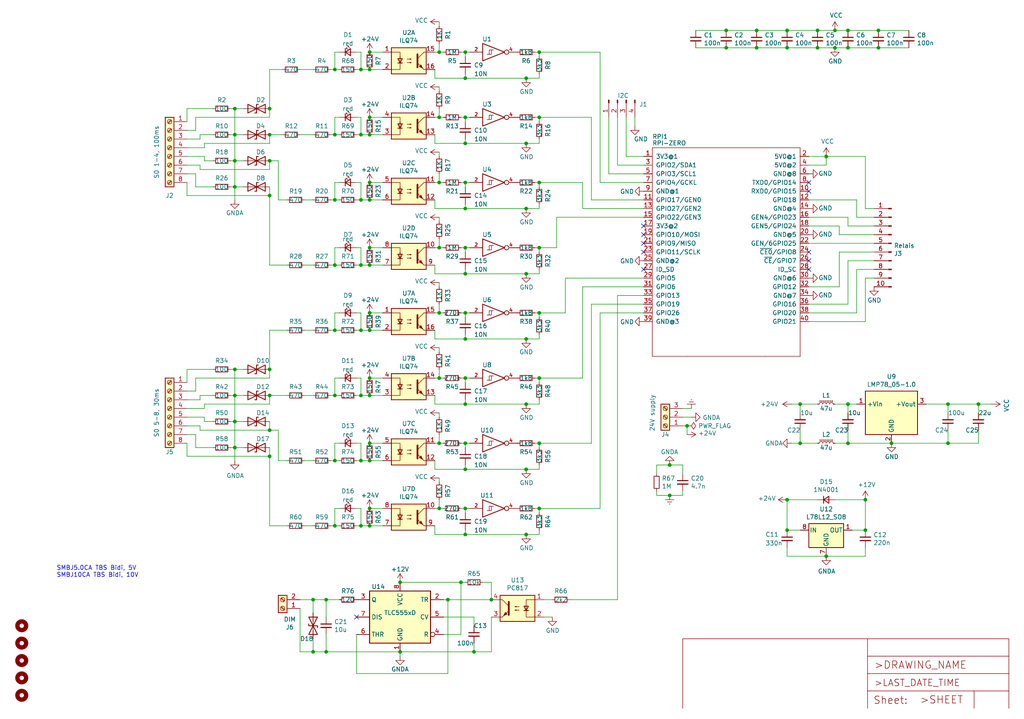
<source format=kicad_sch>
(kicad_sch (version 20211123) (generator eeschema)
  (paper "User" 299.06 210.058)
  (junction (at 68.58 130.81))
  (junction (at 153.67 41.91))
  (junction (at 107.95 39.37))
  (junction (at 241.3 45.72))
  (junction (at 107.95 53.34))
  (junction (at 276.86 118.11))
  (junction (at 157.48 129.54))
  (junction (at 243.84 8.89))
  (junction (at 153.67 80.01))
  (junction (at 135.89 99.06))
  (junction (at 107.95 110.49))
  (junction (at 238.76 13.97))
  (junction (at 107.95 20.32))
  (junction (at 138.43 190.5))
  (junction (at 260.35 129.54))
  (junction (at 128.27 110.49))
  (junction (at 97.79 58.42))
  (junction (at 78.74 57.15))
  (junction (at 135.89 129.54))
  (junction (at 135.89 110.49))
  (junction (at 229.87 146.05))
  (junction (at 229.87 154.94))
  (junction (at 78.74 39.37))
  (junction (at 105.41 134.62))
  (junction (at 233.68 118.11))
  (junction (at 107.95 91.44))
  (junction (at 128.27 148.59))
  (junction (at 252.73 146.05))
  (junction (at 143.51 175.26))
  (junction (at 130.81 175.26))
  (junction (at 128.27 129.54))
  (junction (at 116.84 190.5))
  (junction (at 135.89 118.11))
  (junction (at 195.58 144.78))
  (junction (at 212.09 13.97))
  (junction (at 220.98 8.89))
  (junction (at 107.95 115.57))
  (junction (at 135.89 80.01))
  (junction (at 97.79 39.37))
  (junction (at 95.25 175.26))
  (junction (at 78.74 107.95))
  (junction (at 97.79 115.57))
  (junction (at 134.62 170.18))
  (junction (at 116.84 170.18))
  (junction (at 105.41 58.42))
  (junction (at 276.86 129.54))
  (junction (at 256.54 8.89))
  (junction (at 78.74 125.73))
  (junction (at 195.58 135.89))
  (junction (at 107.95 96.52))
  (junction (at 157.48 53.34))
  (junction (at 153.67 156.21))
  (junction (at 238.76 8.89))
  (junction (at 91.44 190.5))
  (junction (at 107.95 72.39))
  (junction (at 157.48 34.29))
  (junction (at 107.95 148.59))
  (junction (at 247.65 129.54))
  (junction (at 135.89 137.16))
  (junction (at 241.3 162.56))
  (junction (at 97.79 96.52))
  (junction (at 243.84 13.97))
  (junction (at 68.58 54.61))
  (junction (at 153.67 99.06))
  (junction (at 68.58 39.37))
  (junction (at 153.67 137.16))
  (junction (at 97.79 134.62))
  (junction (at 135.89 15.24))
  (junction (at 107.95 34.29))
  (junction (at 78.74 31.75))
  (junction (at 105.41 96.52))
  (junction (at 128.27 72.39))
  (junction (at 200.66 124.46))
  (junction (at 105.41 115.57))
  (junction (at 135.89 34.29))
  (junction (at 68.58 123.19))
  (junction (at 247.65 8.89))
  (junction (at 128.27 34.29))
  (junction (at 105.41 39.37))
  (junction (at 105.41 20.32))
  (junction (at 212.09 8.89))
  (junction (at 157.48 72.39))
  (junction (at 157.48 91.44))
  (junction (at 107.95 129.54))
  (junction (at 68.58 46.99))
  (junction (at 128.27 15.24))
  (junction (at 97.79 153.67))
  (junction (at 95.25 190.5))
  (junction (at 128.27 53.34))
  (junction (at 252.73 154.94))
  (junction (at 135.89 91.44))
  (junction (at 78.74 133.35))
  (junction (at 107.95 58.42))
  (junction (at 105.41 153.67))
  (junction (at 157.48 148.59))
  (junction (at 135.89 22.86))
  (junction (at 233.68 129.54))
  (junction (at 157.48 110.49))
  (junction (at 157.48 15.24))
  (junction (at 91.44 175.26))
  (junction (at 107.95 153.67))
  (junction (at 135.89 156.21))
  (junction (at 97.79 20.32))
  (junction (at 256.54 13.97))
  (junction (at 78.74 115.57))
  (junction (at 68.58 31.75))
  (junction (at 68.58 107.95))
  (junction (at 128.27 91.44))
  (junction (at 97.79 77.47))
  (junction (at 135.89 60.96))
  (junction (at 68.58 115.57))
  (junction (at 247.65 118.11))
  (junction (at 135.89 41.91))
  (junction (at 220.98 13.97))
  (junction (at 247.65 13.97))
  (junction (at 107.95 134.62))
  (junction (at 135.89 148.59))
  (junction (at 107.95 77.47))
  (junction (at 153.67 60.96))
  (junction (at 153.67 22.86))
  (junction (at 285.75 118.11))
  (junction (at 135.89 53.34))
  (junction (at 153.67 118.11))
  (junction (at 135.89 72.39))
  (junction (at 78.74 46.99))
  (junction (at 229.87 13.97))
  (junction (at 229.87 8.89))
  (junction (at 105.41 77.47))
  (junction (at 107.95 15.24))
  (no_connect (at 104.14 180.34))
  (no_connect (at 236.22 78.74))
  (no_connect (at 187.96 68.58))
  (no_connect (at 236.22 53.34))
  (no_connect (at 187.96 71.12))
  (no_connect (at 236.22 55.88))
  (no_connect (at 236.22 76.2))
  (no_connect (at 236.22 73.66))
  (no_connect (at 187.96 73.66))
  (no_connect (at 187.96 78.74))
  (no_connect (at 187.96 66.04))
  (wire (pts (xy 252.73 81.28) (xy 255.27 81.28)))
  (wire (pts (xy 78.74 125.73) (xy 58.42 125.73)))
  (wire (pts (xy 156.21 72.39) (xy 157.48 72.39)))
  (wire (pts (xy 104.14 34.29) (xy 105.41 34.29)))
  (wire (pts (xy 87.63 39.37) (xy 91.44 39.37)))
  (wire (pts (xy 157.48 129.54) (xy 172.72 129.54)))
  (wire (pts (xy 78.74 46.99) (xy 81.28 46.99)))
  (wire (pts (xy 135.89 21.59) (xy 135.89 22.86)))
  (wire (pts (xy 116.84 190.5) (xy 116.84 191.77)))
  (wire (pts (xy 128.27 25.4) (xy 128.27 26.67)))
  (wire (pts (xy 68.58 39.37) (xy 71.12 39.37)))
  (wire (pts (xy 233.68 129.54) (xy 231.14 129.54)))
  (wire (pts (xy 185.42 34.29) (xy 185.42 36.83)))
  (wire (pts (xy 127 134.62) (xy 127 137.16)))
  (wire (pts (xy 135.89 78.74) (xy 135.89 80.01)))
  (wire (pts (xy 99.06 34.29) (xy 97.79 34.29)))
  (wire (pts (xy 241.3 45.72) (xy 252.73 45.72)))
  (wire (pts (xy 177.8 50.8) (xy 177.8 34.29)))
  (wire (pts (xy 91.44 190.5) (xy 95.25 190.5)))
  (wire (pts (xy 105.41 53.34) (xy 105.41 58.42)))
  (wire (pts (xy 97.79 91.44) (xy 97.79 96.52)))
  (wire (pts (xy 68.58 130.81) (xy 68.58 134.62)))
  (wire (pts (xy 276.86 118.11) (xy 276.86 120.65)))
  (wire (pts (xy 236.22 93.98) (xy 252.73 93.98)))
  (wire (pts (xy 97.79 129.54) (xy 97.79 134.62)))
  (wire (pts (xy 67.31 123.19) (xy 68.58 123.19)))
  (wire (pts (xy 88.9 96.52) (xy 91.44 96.52)))
  (wire (pts (xy 68.58 54.61) (xy 68.58 46.99)))
  (wire (pts (xy 248.92 154.94) (xy 252.73 154.94)))
  (wire (pts (xy 78.74 57.15) (xy 78.74 77.47)))
  (wire (pts (xy 135.89 130.81) (xy 135.89 129.54)))
  (wire (pts (xy 78.74 20.32) (xy 82.55 20.32)))
  (wire (pts (xy 191.77 144.78) (xy 195.58 144.78)))
  (wire (pts (xy 91.44 186.69) (xy 91.44 190.5)))
  (wire (pts (xy 241.3 45.72) (xy 241.3 48.26)))
  (wire (pts (xy 105.41 96.52) (xy 107.95 96.52)))
  (wire (pts (xy 97.79 53.34) (xy 99.06 53.34)))
  (wire (pts (xy 195.58 144.78) (xy 199.39 144.78)))
  (wire (pts (xy 128.27 148.59) (xy 129.54 148.59)))
  (wire (pts (xy 127 53.34) (xy 128.27 53.34)))
  (wire (pts (xy 127 118.11) (xy 135.89 118.11)))
  (wire (pts (xy 111.76 134.62) (xy 107.95 134.62)))
  (wire (pts (xy 157.48 40.64) (xy 157.48 41.91)))
  (wire (pts (xy 116.84 190.5) (xy 138.43 190.5)))
  (wire (pts (xy 127 20.32) (xy 127 22.86)))
  (wire (pts (xy 134.62 72.39) (xy 135.89 72.39)))
  (wire (pts (xy 199.39 143.51) (xy 199.39 144.78)))
  (wire (pts (xy 105.41 15.24) (xy 105.41 20.32)))
  (wire (pts (xy 127 72.39) (xy 128.27 72.39)))
  (wire (pts (xy 78.74 107.95) (xy 78.74 110.49)))
  (wire (pts (xy 135.89 15.24) (xy 135.89 16.51)))
  (wire (pts (xy 135.89 22.86) (xy 153.67 22.86)))
  (wire (pts (xy 105.41 153.67) (xy 107.95 153.67)))
  (wire (pts (xy 134.62 53.34) (xy 135.89 53.34)))
  (wire (pts (xy 127 60.96) (xy 135.89 60.96)))
  (wire (pts (xy 104.14 196.85) (xy 104.14 185.42)))
  (wire (pts (xy 68.58 54.61) (xy 71.12 54.61)))
  (wire (pts (xy 220.98 8.89) (xy 229.87 8.89)))
  (wire (pts (xy 255.27 73.66) (xy 245.11 73.66)))
  (wire (pts (xy 128.27 15.24) (xy 129.54 15.24)))
  (wire (pts (xy 104.14 91.44) (xy 105.41 91.44)))
  (wire (pts (xy 182.88 45.72) (xy 187.96 45.72)))
  (wire (pts (xy 256.54 13.97) (xy 265.43 13.97)))
  (wire (pts (xy 180.34 175.26) (xy 166.37 175.26)))
  (wire (pts (xy 229.87 146.05) (xy 238.76 146.05)))
  (wire (pts (xy 104.14 72.39) (xy 105.41 72.39)))
  (wire (pts (xy 129.54 175.26) (xy 130.81 175.26)))
  (wire (pts (xy 54.61 31.75) (xy 62.23 31.75)))
  (wire (pts (xy 81.28 134.62) (xy 83.82 134.62)))
  (wire (pts (xy 138.43 190.5) (xy 138.43 187.96)))
  (wire (pts (xy 127 156.21) (xy 135.89 156.21)))
  (wire (pts (xy 116.84 170.18) (xy 134.62 170.18)))
  (wire (pts (xy 127 110.49) (xy 128.27 110.49)))
  (wire (pts (xy 97.79 15.24) (xy 97.79 20.32)))
  (wire (pts (xy 57.15 130.81) (xy 62.23 130.81)))
  (wire (pts (xy 78.74 46.99) (xy 78.74 49.53)))
  (wire (pts (xy 96.52 153.67) (xy 97.79 153.67)))
  (wire (pts (xy 128.27 101.6) (xy 128.27 102.87)))
  (wire (pts (xy 157.48 59.69) (xy 157.48 60.96)))
  (wire (pts (xy 81.28 58.42) (xy 83.82 58.42)))
  (wire (pts (xy 107.95 110.49) (xy 111.76 110.49)))
  (wire (pts (xy 233.68 118.11) (xy 233.68 120.65)))
  (wire (pts (xy 135.89 34.29) (xy 135.89 35.56)))
  (wire (pts (xy 68.58 115.57) (xy 68.58 123.19)))
  (wire (pts (xy 135.89 148.59) (xy 137.16 148.59)))
  (wire (pts (xy 104.14 20.32) (xy 105.41 20.32)))
  (wire (pts (xy 127 77.47) (xy 127 80.01)))
  (wire (pts (xy 104.14 53.34) (xy 105.41 53.34)))
  (wire (pts (xy 95.25 190.5) (xy 116.84 190.5)))
  (wire (pts (xy 157.48 78.74) (xy 157.48 80.01)))
  (wire (pts (xy 157.48 148.59) (xy 175.26 148.59)))
  (wire (pts (xy 276.86 129.54) (xy 285.75 129.54)))
  (wire (pts (xy 78.74 54.61) (xy 78.74 57.15)))
  (wire (pts (xy 247.65 76.2) (xy 247.65 88.9)))
  (wire (pts (xy 236.22 63.5) (xy 247.65 63.5)))
  (wire (pts (xy 104.14 39.37) (xy 105.41 39.37)))
  (wire (pts (xy 105.41 20.32) (xy 107.95 20.32)))
  (wire (pts (xy 243.84 118.11) (xy 247.65 118.11)))
  (wire (pts (xy 57.15 110.49) (xy 78.74 110.49)))
  (wire (pts (xy 255.27 66.04) (xy 247.65 66.04)))
  (wire (pts (xy 57.15 38.1) (xy 57.15 34.29)))
  (wire (pts (xy 252.73 60.96) (xy 252.73 45.72)))
  (wire (pts (xy 135.89 92.71) (xy 135.89 91.44)))
  (wire (pts (xy 276.86 118.11) (xy 285.75 118.11)))
  (wire (pts (xy 111.76 77.47) (xy 107.95 77.47)))
  (wire (pts (xy 59.69 45.72) (xy 59.69 46.99)))
  (wire (pts (xy 175.26 15.24) (xy 175.26 53.34)))
  (wire (pts (xy 170.18 110.49) (xy 170.18 83.82)))
  (wire (pts (xy 127 148.59) (xy 128.27 148.59)))
  (wire (pts (xy 135.89 118.11) (xy 153.67 118.11)))
  (wire (pts (xy 165.1 91.44) (xy 165.1 81.28)))
  (wire (pts (xy 58.42 125.73) (xy 58.42 124.46)))
  (wire (pts (xy 127 99.06) (xy 135.89 99.06)))
  (wire (pts (xy 157.48 41.91) (xy 153.67 41.91)))
  (wire (pts (xy 180.34 48.26) (xy 187.96 48.26)))
  (wire (pts (xy 157.48 15.24) (xy 175.26 15.24)))
  (wire (pts (xy 199.39 121.92) (xy 201.93 121.92)))
  (wire (pts (xy 128.27 120.65) (xy 128.27 121.92)))
  (wire (pts (xy 68.58 39.37) (xy 67.31 39.37)))
  (wire (pts (xy 54.61 48.26) (xy 58.42 48.26)))
  (wire (pts (xy 252.73 162.56) (xy 252.73 160.02)))
  (wire (pts (xy 97.79 58.42) (xy 99.06 58.42)))
  (wire (pts (xy 255.27 76.2) (xy 247.65 76.2)))
  (wire (pts (xy 111.76 115.57) (xy 107.95 115.57)))
  (wire (pts (xy 158.75 180.34) (xy 161.29 180.34)))
  (wire (pts (xy 57.15 34.29) (xy 78.74 34.29)))
  (wire (pts (xy 247.65 8.89) (xy 243.84 8.89)))
  (wire (pts (xy 54.61 50.8) (xy 57.15 50.8)))
  (wire (pts (xy 195.58 135.89) (xy 199.39 135.89)))
  (wire (pts (xy 91.44 175.26) (xy 95.25 175.26)))
  (wire (pts (xy 81.28 46.99) (xy 81.28 58.42)))
  (wire (pts (xy 107.95 15.24) (xy 111.76 15.24)))
  (wire (pts (xy 236.22 91.44) (xy 250.19 91.44)))
  (wire (pts (xy 233.68 154.94) (xy 229.87 154.94)))
  (wire (pts (xy 128.27 91.44) (xy 129.54 91.44)))
  (wire (pts (xy 104.14 96.52) (xy 105.41 96.52)))
  (wire (pts (xy 236.22 66.04) (xy 245.11 66.04)))
  (wire (pts (xy 105.41 77.47) (xy 107.95 77.47)))
  (wire (pts (xy 236.22 88.9) (xy 247.65 88.9)))
  (wire (pts (xy 96.52 20.32) (xy 97.79 20.32)))
  (wire (pts (xy 203.2 13.97) (xy 212.09 13.97)))
  (wire (pts (xy 157.48 99.06) (xy 153.67 99.06)))
  (wire (pts (xy 157.48 129.54) (xy 157.48 130.81)))
  (wire (pts (xy 143.51 170.18) (xy 143.51 175.26)))
  (wire (pts (xy 96.52 115.57) (xy 97.79 115.57)))
  (wire (pts (xy 81.28 125.73) (xy 81.28 134.62)))
  (wire (pts (xy 157.48 53.34) (xy 170.18 53.34)))
  (wire (pts (xy 157.48 110.49) (xy 170.18 110.49)))
  (wire (pts (xy 135.89 34.29) (xy 137.16 34.29)))
  (wire (pts (xy 59.69 43.18) (xy 54.61 43.18)))
  (wire (pts (xy 58.42 124.46) (xy 54.61 124.46)))
  (wire (pts (xy 58.42 48.26) (xy 58.42 49.53)))
  (wire (pts (xy 127 58.42) (xy 127 60.96)))
  (wire (pts (xy 78.74 39.37) (xy 78.74 41.91)))
  (wire (pts (xy 97.79 39.37) (xy 99.06 39.37)))
  (wire (pts (xy 59.69 41.91) (xy 78.74 41.91)))
  (wire (pts (xy 68.58 107.95) (xy 71.12 107.95)))
  (wire (pts (xy 138.43 182.88) (xy 138.43 180.34)))
  (wire (pts (xy 104.14 196.85) (xy 130.81 196.85)))
  (wire (pts (xy 250.19 63.5) (xy 255.27 63.5)))
  (wire (pts (xy 135.89 111.76) (xy 135.89 110.49)))
  (wire (pts (xy 128.27 129.54) (xy 129.54 129.54)))
  (wire (pts (xy 111.76 96.52) (xy 107.95 96.52)))
  (wire (pts (xy 105.41 39.37) (xy 107.95 39.37)))
  (wire (pts (xy 107.95 91.44) (xy 111.76 91.44)))
  (wire (pts (xy 87.63 190.5) (xy 91.44 190.5)))
  (wire (pts (xy 78.74 96.52) (xy 78.74 107.95)))
  (wire (pts (xy 99.06 91.44) (xy 97.79 91.44)))
  (wire (pts (xy 78.74 118.11) (xy 59.69 118.11)))
  (wire (pts (xy 54.61 133.35) (xy 54.61 129.54)))
  (wire (pts (xy 170.18 53.34) (xy 170.18 60.96)))
  (wire (pts (xy 135.89 59.69) (xy 135.89 60.96)))
  (wire (pts (xy 245.11 68.58) (xy 255.27 68.58)))
  (wire (pts (xy 241.3 162.56) (xy 252.73 162.56)))
  (wire (pts (xy 229.87 160.02) (xy 229.87 162.56)))
  (wire (pts (xy 105.41 110.49) (xy 105.41 115.57)))
  (wire (pts (xy 191.77 143.51) (xy 191.77 144.78)))
  (wire (pts (xy 54.61 31.75) (xy 54.61 35.56)))
  (wire (pts (xy 105.41 34.29) (xy 105.41 39.37)))
  (wire (pts (xy 91.44 175.26) (xy 91.44 179.07)))
  (wire (pts (xy 58.42 116.84) (xy 58.42 115.57)))
  (wire (pts (xy 104.14 153.67) (xy 105.41 153.67)))
  (wire (pts (xy 135.89 91.44) (xy 137.16 91.44)))
  (wire (pts (xy 97.79 53.34) (xy 97.79 58.42)))
  (wire (pts (xy 128.27 88.9) (xy 128.27 91.44)))
  (wire (pts (xy 134.62 91.44) (xy 135.89 91.44)))
  (wire (pts (xy 156.21 53.34) (xy 157.48 53.34)))
  (wire (pts (xy 95.25 180.34) (xy 95.25 175.26)))
  (wire (pts (xy 68.58 46.99) (xy 67.31 46.99)))
  (wire (pts (xy 247.65 13.97) (xy 256.54 13.97)))
  (wire (pts (xy 255.27 78.74) (xy 250.19 78.74)))
  (wire (pts (xy 68.58 46.99) (xy 68.58 39.37)))
  (wire (pts (xy 97.79 110.49) (xy 97.79 115.57)))
  (wire (pts (xy 127 115.57) (xy 127 118.11)))
  (wire (pts (xy 59.69 123.19) (xy 62.23 123.19)))
  (wire (pts (xy 180.34 86.36) (xy 180.34 175.26)))
  (wire (pts (xy 199.39 124.46) (xy 200.66 124.46)))
  (wire (pts (xy 247.65 129.54) (xy 260.35 129.54)))
  (wire (pts (xy 97.79 77.47) (xy 99.06 77.47)))
  (wire (pts (xy 134.62 148.59) (xy 135.89 148.59)))
  (wire (pts (xy 170.18 83.82) (xy 187.96 83.82)))
  (wire (pts (xy 127 153.67) (xy 127 156.21)))
  (wire (pts (xy 157.48 97.79) (xy 157.48 99.06)))
  (wire (pts (xy 54.61 127) (xy 57.15 127)))
  (wire (pts (xy 78.74 115.57) (xy 78.74 118.11)))
  (wire (pts (xy 255.27 60.96) (xy 252.73 60.96)))
  (wire (pts (xy 97.79 96.52) (xy 99.06 96.52)))
  (wire (pts (xy 135.89 137.16) (xy 153.67 137.16)))
  (wire (pts (xy 238.76 8.89) (xy 229.87 8.89)))
  (wire (pts (xy 250.19 78.74) (xy 250.19 91.44)))
  (wire (pts (xy 200.66 127) (xy 200.66 124.46)))
  (wire (pts (xy 127 96.52) (xy 127 99.06)))
  (wire (pts (xy 130.81 175.26) (xy 130.81 196.85)))
  (wire (pts (xy 128.27 53.34) (xy 129.54 53.34)))
  (wire (pts (xy 78.74 125.73) (xy 81.28 125.73)))
  (wire (pts (xy 175.26 91.44) (xy 175.26 148.59)))
  (wire (pts (xy 105.41 115.57) (xy 107.95 115.57)))
  (wire (pts (xy 128.27 34.29) (xy 129.54 34.29)))
  (wire (pts (xy 233.68 118.11) (xy 238.76 118.11)))
  (wire (pts (xy 157.48 148.59) (xy 157.48 149.86)))
  (wire (pts (xy 135.89 116.84) (xy 135.89 118.11)))
  (wire (pts (xy 111.76 39.37) (xy 107.95 39.37)))
  (wire (pts (xy 97.79 20.32) (xy 99.06 20.32)))
  (wire (pts (xy 57.15 127) (xy 57.15 130.81)))
  (wire (pts (xy 104.14 15.24) (xy 105.41 15.24)))
  (wire (pts (xy 67.31 107.95) (xy 68.58 107.95)))
  (wire (pts (xy 104.14 129.54) (xy 105.41 129.54)))
  (wire (pts (xy 157.48 110.49) (xy 157.48 111.76)))
  (wire (pts (xy 247.65 129.54) (xy 243.84 129.54)))
  (wire (pts (xy 172.72 88.9) (xy 172.72 129.54)))
  (wire (pts (xy 57.15 114.3) (xy 57.15 110.49)))
  (wire (pts (xy 191.77 135.89) (xy 195.58 135.89)))
  (wire (pts (xy 54.61 114.3) (xy 57.15 114.3)))
  (wire (pts (xy 162.56 63.5) (xy 187.96 63.5)))
  (wire (pts (xy 156.21 91.44) (xy 157.48 91.44)))
  (wire (pts (xy 157.48 91.44) (xy 157.48 92.71)))
  (wire (pts (xy 54.61 57.15) (xy 78.74 57.15)))
  (wire (pts (xy 105.41 77.47) (xy 105.41 72.39)))
  (wire (pts (xy 59.69 119.38) (xy 54.61 119.38)))
  (wire (pts (xy 87.63 175.26) (xy 91.44 175.26)))
  (wire (pts (xy 157.48 156.21) (xy 153.67 156.21)))
  (wire (pts (xy 276.86 129.54) (xy 276.86 125.73)))
  (wire (pts (xy 78.74 39.37) (xy 82.55 39.37)))
  (wire (pts (xy 107.95 53.34) (xy 111.76 53.34)))
  (wire (pts (xy 236.22 58.42) (xy 250.19 58.42)))
  (wire (pts (xy 88.9 77.47) (xy 91.44 77.47)))
  (wire (pts (xy 128.27 44.45) (xy 128.27 45.72)))
  (wire (pts (xy 180.34 86.36) (xy 187.96 86.36)))
  (wire (pts (xy 134.62 170.18) (xy 135.89 170.18)))
  (wire (pts (xy 128.27 72.39) (xy 129.54 72.39)))
  (wire (pts (xy 68.58 115.57) (xy 71.12 115.57)))
  (wire (pts (xy 156.21 34.29) (xy 157.48 34.29)))
  (wire (pts (xy 157.48 34.29) (xy 157.48 35.56)))
  (wire (pts (xy 135.89 99.06) (xy 153.67 99.06)))
  (wire (pts (xy 67.31 115.57) (xy 68.58 115.57)))
  (wire (pts (xy 58.42 39.37) (xy 58.42 40.64)))
  (wire (pts (xy 180.34 34.29) (xy 180.34 48.26)))
  (wire (pts (xy 105.41 148.59) (xy 105.41 153.67)))
  (wire (pts (xy 135.89 110.49) (xy 137.16 110.49)))
  (wire (pts (xy 247.65 118.11) (xy 247.65 120.65)))
  (wire (pts (xy 68.58 46.99) (xy 71.12 46.99)))
  (wire (pts (xy 157.48 34.29) (xy 172.72 34.29)))
  (wire (pts (xy 54.61 116.84) (xy 58.42 116.84)))
  (wire (pts (xy 68.58 123.19) (xy 71.12 123.19)))
  (wire (pts (xy 243.84 146.05) (xy 252.73 146.05)))
  (wire (pts (xy 175.26 53.34) (xy 187.96 53.34)))
  (wire (pts (xy 231.14 118.11) (xy 233.68 118.11)))
  (wire (pts (xy 128.27 50.8) (xy 128.27 53.34)))
  (wire (pts (xy 212.09 8.89) (xy 220.98 8.89)))
  (wire (pts (xy 229.87 162.56) (xy 241.3 162.56)))
  (wire (pts (xy 78.74 133.35) (xy 78.74 153.67)))
  (wire (pts (xy 127 34.29) (xy 128.27 34.29)))
  (wire (pts (xy 250.19 58.42) (xy 250.19 63.5)))
  (wire (pts (xy 58.42 115.57) (xy 62.23 115.57)))
  (wire (pts (xy 87.63 20.32) (xy 91.44 20.32)))
  (wire (pts (xy 59.69 41.91) (xy 59.69 43.18)))
  (wire (pts (xy 95.25 185.42) (xy 95.25 190.5)))
  (wire (pts (xy 135.89 156.21) (xy 153.67 156.21)))
  (wire (pts (xy 99.06 148.59) (xy 97.79 148.59)))
  (wire (pts (xy 157.48 72.39) (xy 162.56 72.39)))
  (wire (pts (xy 156.21 129.54) (xy 157.48 129.54)))
  (wire (pts (xy 256.54 8.89) (xy 247.65 8.89)))
  (wire (pts (xy 241.3 45.72) (xy 236.22 45.72)))
  (wire (pts (xy 157.48 21.59) (xy 157.48 22.86)))
  (wire (pts (xy 138.43 180.34) (xy 129.54 180.34)))
  (wire (pts (xy 57.15 54.61) (xy 62.23 54.61)))
  (wire (pts (xy 135.89 72.39) (xy 137.16 72.39)))
  (wire (pts (xy 128.27 69.85) (xy 128.27 72.39)))
  (wire (pts (xy 127 15.24) (xy 128.27 15.24)))
  (wire (pts (xy 134.62 110.49) (xy 135.89 110.49)))
  (wire (pts (xy 134.62 129.54) (xy 135.89 129.54)))
  (wire (pts (xy 212.09 13.97) (xy 220.98 13.97)))
  (wire (pts (xy 78.74 20.32) (xy 78.74 31.75)))
  (wire (pts (xy 95.25 175.26) (xy 99.06 175.26)))
  (wire (pts (xy 165.1 81.28) (xy 187.96 81.28)))
  (wire (pts (xy 285.75 129.54) (xy 285.75 125.73)))
  (wire (pts (xy 57.15 50.8) (xy 57.15 54.61)))
  (wire (pts (xy 245.11 66.04) (xy 245.11 68.58)))
  (wire (pts (xy 157.48 72.39) (xy 157.48 73.66)))
  (wire (pts (xy 128.27 139.7) (xy 128.27 140.97)))
  (wire (pts (xy 127 22.86) (xy 135.89 22.86)))
  (wire (pts (xy 229.87 13.97) (xy 238.76 13.97)))
  (wire (pts (xy 157.48 135.89) (xy 157.48 137.16)))
  (wire (pts (xy 157.48 148.59) (xy 156.21 148.59)))
  (wire (pts (xy 135.89 60.96) (xy 153.67 60.96)))
  (wire (pts (xy 104.14 115.57) (xy 105.41 115.57)))
  (wire (pts (xy 238.76 13.97) (xy 243.84 13.97)))
  (wire (pts (xy 270.51 118.11) (xy 276.86 118.11)))
  (wire (pts (xy 96.52 96.52) (xy 97.79 96.52)))
  (wire (pts (xy 128.27 6.35) (xy 128.27 7.62)))
  (wire (pts (xy 245.11 83.82) (xy 236.22 83.82)))
  (wire (pts (xy 158.75 175.26) (xy 161.29 175.26)))
  (wire (pts (xy 78.74 123.19) (xy 78.74 125.73)))
  (wire (pts (xy 172.72 58.42) (xy 187.96 58.42)))
  (wire (pts (xy 135.89 80.01) (xy 153.67 80.01)))
  (wire (pts (xy 78.74 130.81) (xy 78.74 133.35)))
  (wire (pts (xy 157.48 80.01) (xy 153.67 80.01)))
  (wire (pts (xy 157.48 53.34) (xy 157.48 54.61)))
  (wire (pts (xy 243.84 13.97) (xy 247.65 13.97)))
  (wire (pts (xy 105.41 91.44) (xy 105.41 96.52)))
  (wire (pts (xy 285.75 118.11) (xy 289.56 118.11)))
  (wire (pts (xy 68.58 31.75) (xy 71.12 31.75)))
  (wire (pts (xy 54.61 107.95) (xy 62.23 107.95)))
  (wire (pts (xy 135.89 135.89) (xy 135.89 137.16)))
  (wire (pts (xy 127 80.01) (xy 135.89 80.01)))
  (wire (pts (xy 162.56 63.5) (xy 162.56 72.39)))
  (wire (pts (xy 157.48 22.86) (xy 153.67 22.86)))
  (wire (pts (xy 54.61 57.15) (xy 54.61 53.34)))
  (wire (pts (xy 134.62 185.42) (xy 129.54 185.42)))
  (wire (pts (xy 54.61 133.35) (xy 78.74 133.35)))
  (wire (pts (xy 135.89 15.24) (xy 137.16 15.24)))
  (wire (pts (xy 135.89 41.91) (xy 153.67 41.91)))
  (wire (pts (xy 99.06 15.24) (xy 97.79 15.24)))
  (wire (pts (xy 59.69 46.99) (xy 62.23 46.99)))
  (wire (pts (xy 157.48 118.11) (xy 153.67 118.11)))
  (wire (pts (xy 127 137.16) (xy 135.89 137.16)))
  (wire (pts (xy 130.81 175.26) (xy 143.51 175.26)))
  (wire (pts (xy 78.74 77.47) (xy 83.82 77.47)))
  (wire (pts (xy 187.96 50.8) (xy 177.8 50.8)))
  (wire (pts (xy 105.41 129.54) (xy 105.41 134.62)))
  (wire (pts (xy 135.89 129.54) (xy 137.16 129.54)))
  (wire (pts (xy 54.61 121.92) (xy 59.69 121.92)))
  (wire (pts (xy 157.48 60.96) (xy 153.67 60.96)))
  (wire (pts (xy 203.2 8.89) (xy 212.09 8.89)))
  (wire (pts (xy 157.48 116.84) (xy 157.48 118.11)))
  (wire (pts (xy 170.18 60.96) (xy 187.96 60.96)))
  (wire (pts (xy 107.95 148.59) (xy 111.76 148.59)))
  (wire (pts (xy 252.73 93.98) (xy 252.73 81.28)))
  (wire (pts (xy 105.41 58.42) (xy 107.95 58.42)))
  (wire (pts (xy 97.79 72.39) (xy 97.79 77.47)))
  (wire (pts (xy 104.14 110.49) (xy 105.41 110.49)))
  (wire (pts (xy 58.42 49.53) (xy 78.74 49.53)))
  (wire (pts (xy 67.31 54.61) (xy 68.58 54.61)))
  (wire (pts (xy 157.48 91.44) (xy 165.1 91.44)))
  (wire (pts (xy 157.48 154.94) (xy 157.48 156.21)))
  (wire (pts (xy 97.79 134.62) (xy 99.06 134.62)))
  (wire (pts (xy 134.62 170.18) (xy 134.62 185.42)))
  (wire (pts (xy 135.89 154.94) (xy 135.89 156.21)))
  (wire (pts (xy 96.52 58.42) (xy 97.79 58.42)))
  (wire (pts (xy 135.89 97.79) (xy 135.89 99.06)))
  (wire (pts (xy 128.27 107.95) (xy 128.27 110.49)))
  (wire (pts (xy 172.72 34.29) (xy 172.72 58.42)))
  (wire (pts (xy 59.69 118.11) (xy 59.69 119.38)))
  (wire (pts (xy 87.63 177.8) (xy 87.63 190.5)))
  (wire (pts (xy 127 41.91) (xy 135.89 41.91)))
  (wire (pts (xy 191.77 135.89) (xy 191.77 138.43)))
  (wire (pts (xy 172.72 88.9) (xy 187.96 88.9)))
  (wire (pts (xy 265.43 8.89) (xy 256.54 8.89)))
  (wire (pts (xy 135.89 40.64) (xy 135.89 41.91)))
  (wire (pts (xy 245.11 73.66) (xy 245.11 83.82)))
  (wire (pts (xy 88.9 58.42) (xy 91.44 58.42)))
  (wire (pts (xy 88.9 153.67) (xy 91.44 153.67)))
  (wire (pts (xy 107.95 129.54) (xy 111.76 129.54)))
  (wire (pts (xy 175.26 91.44) (xy 187.96 91.44)))
  (wire (pts (xy 128.27 146.05) (xy 128.27 148.59)))
  (wire (pts (xy 252.73 146.05) (xy 252.73 154.94)))
  (wire (pts (xy 67.31 130.81) (xy 68.58 130.81)))
  (wire (pts (xy 247.65 118.11) (xy 250.19 118.11)))
  (wire (pts (xy 97.79 115.57) (xy 99.06 115.57)))
  (wire (pts (xy 135.89 54.61) (xy 135.89 53.34)))
  (wire (pts (xy 111.76 20.32) (xy 107.95 20.32)))
  (wire (pts (xy 54.61 111.76) (xy 54.61 107.95)))
  (wire (pts (xy 135.89 149.86) (xy 135.89 148.59)))
  (wire (pts (xy 199.39 119.38) (xy 201.93 119.38)))
  (wire (pts (xy 97.79 34.29) (xy 97.79 39.37)))
  (wire (pts (xy 140.97 170.18) (xy 143.51 170.18)))
  (wire (pts (xy 220.98 13.97) (xy 229.87 13.97)))
  (wire (pts (xy 285.75 118.11) (xy 285.75 120.65)))
  (wire (pts (xy 182.88 34.29) (xy 182.88 45.72)))
  (wire (pts (xy 128.27 110.49) (xy 129.54 110.49)))
  (wire (pts (xy 78.74 115.57) (xy 83.82 115.57)))
  (wire (pts (xy 143.51 190.5) (xy 138.43 190.5)))
  (wire (pts (xy 68.58 54.61) (xy 68.58 58.42)))
  (wire (pts (xy 156.21 15.24) (xy 157.48 15.24)))
  (wire (pts (xy 68.58 123.19) (xy 68.58 130.81)))
  (wire (pts (xy 233.68 129.54) (xy 238.76 129.54)))
  (wire (pts (xy 96.52 134.62) (xy 97.79 134.62)))
  (wire (pts (xy 88.9 115.57) (xy 91.44 115.57)))
  (wire (pts (xy 127 91.44) (xy 128.27 91.44)))
  (wire (pts (xy 105.41 134.62) (xy 107.95 134.62)))
  (wire (pts (xy 59.69 121.92) (xy 59.69 123.19)))
  (wire (pts (xy 134.62 15.24) (xy 135.89 15.24)))
  (wire (pts (xy 134.62 34.29) (xy 135.89 34.29)))
  (wire (pts (xy 58.42 40.64) (xy 54.61 40.64)))
  (wire (pts (xy 247.65 66.04) (xy 247.65 63.5)))
  (wire (pts (xy 157.48 137.16) (xy 153.67 137.16)))
  (wire (pts (xy 58.42 39.37) (xy 62.23 39.37)))
  (wire (pts (xy 135.89 73.66) (xy 135.89 72.39)))
  (wire (pts (xy 88.9 134.62) (xy 91.44 134.62)))
  (wire (pts (xy 128.27 82.55) (xy 128.27 83.82)))
  (wire (pts (xy 68.58 130.81) (xy 71.12 130.81)))
  (wire (pts (xy 260.35 129.54) (xy 276.86 129.54)))
  (wire (pts (xy 104.14 58.42) (xy 105.41 58.42)))
  (wire (pts (xy 247.65 125.73) (xy 247.65 129.54)))
  (wire (pts (xy 243.84 8.89) (xy 238.76 8.89)))
  (wire (pts (xy 111.76 153.67) (xy 107.95 153.67)))
  (wire (pts (xy 68.58 107.95) (xy 68.58 115.57)))
  (wire (pts (xy 78.74 31.75) (xy 78.74 34.29)))
  (wire (pts (xy 127 39.37) (xy 127 41.91)))
  (wire (pts (xy 97.79 153.67) (xy 99.06 153.67)))
  (wire (pts (xy 107.95 34.29) (xy 111.76 34.29)))
  (wire (pts (xy 104.14 134.62) (xy 105.41 134.62)))
  (wire (pts (xy 233.68 125.73) (xy 233.68 129.54)))
  (wire (pts (xy 97.79 148.59) (xy 97.79 153.67)))
  (wire (pts (xy 78.74 96.52) (xy 83.82 96.52)))
  (wire (pts (xy 127 129.54) (xy 128.27 129.54)))
  (wire (pts (xy 68.58 31.75) (xy 67.31 31.75)))
  (wire (pts (xy 241.3 48.26) (xy 236.22 48.26)))
  (wire (pts (xy 104.14 77.47) (xy 105.41 77.47)))
  (wire (pts (xy 104.14 148.59) (xy 105.41 148.59)))
  (wire (pts (xy 99.06 110.49) (xy 97.79 110.49)))
  (wire (pts (xy 99.06 129.54) (xy 97.79 129.54)))
  (wire (pts (xy 128.27 12.7) (xy 128.27 15.24)))
  (wire (pts (xy 128.27 31.75) (xy 128.27 34.29)))
  (wire (pts (xy 128.27 127) (xy 128.27 129.54)))
  (wire (pts (xy 57.15 38.1) (xy 54.61 38.1)))
  (wire (pts (xy 96.52 39.37) (xy 97.79 39.37)))
  (wire (pts (xy 111.76 58.42) (xy 107.95 58.42)))
  (wire (pts (xy 229.87 154.94) (xy 229.87 146.05)))
  (wire (pts (xy 135.89 53.34) (xy 137.16 53.34)))
  (wire (pts (xy 96.52 77.47) (xy 97.79 77.47)))
  (wire (pts (xy 78.74 153.67) (xy 83.82 153.67)))
  (wire (pts (xy 68.58 39.37) (xy 68.58 31.75)))
  (wire (pts (xy 157.48 15.24) (xy 157.48 16.51)))
  (wire (pts (xy 99.06 72.39) (xy 97.79 72.39)))
  (wire (pts (xy 236.22 71.12) (xy 255.27 71.12)))
  (wire (pts (xy 199.39 135.89) (xy 199.39 138.43)))
  (wire (pts (xy 128.27 63.5) (xy 128.27 64.77)))
  (wire (pts (xy 107.95 72.39) (xy 111.76 72.39)))
  (wire (pts (xy 156.21 110.49) (xy 157.48 110.49)))
  (wire (pts (xy 143.51 180.34) (xy 143.51 190.5)))
  (wire (pts (xy 54.61 45.72) (xy 59.69 45.72)))
  (text "SMBJ5.0CA TBS Bidi, 5V\nSMBJ10CA TBS Bidi, 10V" (at 16.51 168.91 0) (effects (font (size 1.27 1.27)) (justify left bottom)))
  (symbol (lib_id "lichsteuerung-eagle-import:RPI-ZERO") (at 210.82 76.2 0) (unit 1)
    (property "Reference" "RPI1" (at 190.5 40.64 0) (effects (justify left bottom)))
    (property "Value" "RPI-ZERO" (at 190.5 42.545 0) (effects (justify left bottom)))
    (property "Footprint" "lichsteuerung:RASPBERRYPI_BASTELSTUBE_V13_RASPI_BOARD_ZERO_FULL" (effects hide))
  )
  (symbol (lib_id "Connector:Screw_Terminal_01x08") (at 49.53 43.18 0) (mirror y) (unit 1)
    (property "Reference" "J2" (at 49.53 57.15 0))
    (property "Value" "S0 1-4, 100ms" (at 45.72 44.45 90))
    (property "Footprint" "TerminalBlock_Phoenix:TerminalBlock_Phoenix_MKDS-1,5-8-5.08_1x08_P5.08mm_Horizontal" (effects hide))
  )
  (symbol (lib_id "Device:C_Small") (at 203.2 11.43 0) (unit 1)
    (property "Reference" "C1" (at 205.5368 10.2616 0) (effects (justify left)))
    (property "Value" "100n" (at 205.5368 12.573 0) (effects (justify left)))
    (property "Footprint" "Capacitor_SMD:C_0805_2012Metric_Pad1.18x1.45mm_HandSolder" (effects hide))
  )
  (symbol (lib_id "Timer:TLC555xD") (at 116.84 180.34 0) (mirror y) (unit 1)
    (property "Reference" "U14" (at 110.49 171.45 0))
    (property "Value" "TLC555xD" (at 116.84 179.07 0))
    (property "Footprint" "Package_SO:SOIC-8_3.9x4.9mm_P1.27mm" (effects hide))
    (property "Datasheet" "http://www.ti.com/lit/ds/symlink/tlc555.pdf" (effects hide))
  )
  (symbol (lib_id "Device:R_Small") (at 107.95 74.93 180) (unit 1)
    (property "Reference" "R31" (at 110.49 74.93 90))
    (property "Value" "150" (at 107.95 74.93 90))
    (property "Footprint" "Resistor_SMD:R_0805_2012Metric_Pad1.20x1.40mm_HandSolder" (effects hide))
  )
  (symbol (lib_id "Device:LED_Small") (at 101.6 72.39 0) (unit 1)
    (property "Reference" "D7" (at 101.6 68.58 0))
    (property "Value" "red" (at 101.6 69.85 0))
    (property "Footprint" "LED_SMD:LED_1206_3216Metric_Pad1.42x1.75mm_HandSolder" (effects hide))
    (property "Datasheet" "https://www.reichelt.de/led-smd-1206-rot-300-mcd-40--kbt-kptd-3216sr-p231717.html?&trstct=pos_5&nbc=1" (effects hide))
  )
  (symbol (lib_id "Device:R_Small") (at 93.98 77.47 270) (unit 1)
    (property "Reference" "R27" (at 93.98 74.93 90))
    (property "Value" "470" (at 93.98 77.47 90))
    (property "Footprint" "Resistor_SMD:R_1206_3216Metric_Pad1.30x1.75mm_HandSolder" (effects hide))
  )
  (symbol (lib_id "Device:D_TVS") (at 74.93 54.61 180) (unit 1)
    (property "Reference" "D8" (at 77.47 52.07 0) (effects (justify left)))
    (property "Value" "24V" (effects hide))
    (property "Footprint" "Diode_SMD:D_SMB" (effects hide))
  )
  (symbol (lib_id "Isolator:ILQ74") (at 119.38 74.93 0) (unit 4)
    (property "Reference" "U2" (at 119.38 66.675 0))
    (property "Value" "ILQ74" (at 119.38 68.9864 0))
    (property "Footprint" "Package_DIP:DIP-16_W7.62mm_LongPads" (effects hide))
    (property "Datasheet" "https://www.vishay.com/docs/83640/ild74.pdf" (effects hide))
  )
  (symbol (lib_id "Device:R_Small") (at 128.27 67.31 180) (unit 1)
    (property "Reference" "R25" (at 130.81 67.31 90))
    (property "Value" "1K" (at 128.27 67.31 90))
    (property "Footprint" "Resistor_SMD:R_0805_2012Metric_Pad1.20x1.40mm_HandSolder" (effects hide))
  )
  (symbol (lib_id "Device:C_Small") (at 252.73 157.48 0) (unit 1)
    (property "Reference" "C12" (at 255.0668 156.3116 0) (effects (justify left)))
    (property "Value" "220n" (at 255.0668 158.623 0) (effects (justify left)))
    (property "Footprint" "Capacitor_SMD:C_0805_2012Metric_Pad1.18x1.45mm_HandSolder" (effects hide))
  )
  (symbol (lib_id "74xGxx:74LVC1G14") (at 144.78 72.39 0) (unit 1)
    (property "Reference" "U5" (at 142.24 68.58 0))
    (property "Value" "74LVC1G14" (effects hide))
    (property "Footprint" "Package_TO_SOT_SMD:SOT-23-5_HandSoldering" (effects hide))
    (property "Datasheet" "http://www.ti.com/lit/sg/scyt129e/scyt129e.pdf" (effects hide))
  )
  (symbol (lib_id "Device:R_Small") (at 64.77 54.61 270) (unit 1)
    (property "Reference" "R26" (at 64.77 52.07 90))
    (property "Value" "100" (at 64.77 54.61 90))
    (property "Footprint" "Resistor_SMD:R_0805_2012Metric_Pad1.20x1.40mm_HandSolder" (effects hide))
  )
  (symbol (lib_id "power:GND") (at 153.67 80.01 0) (unit 1)
    (property "Reference" "#PWR022" (effects hide))
    (property "Value" "GND" (at 153.7716 83.947 0))
  )
  (symbol (lib_id "power:VCC") (at 128.27 63.5 90) (unit 1)
    (property "Reference" "#PWR018" (effects hide))
    (property "Value" "VCC" (at 125.0188 63.119 90) (effects (justify left)))
  )
  (symbol (lib_id "Device:R_Small") (at 132.08 72.39 90) (unit 1)
    (property "Reference" "R29" (at 132.08 74.93 90))
    (property "Value" "1M" (at 132.08 72.39 90))
    (property "Footprint" "Resistor_SMD:R_0805_2012Metric_Pad1.20x1.40mm_HandSolder" (effects hide))
  )
  (symbol (lib_id "Device:R_Small") (at 153.67 72.39 90) (unit 1)
    (property "Reference" "R30" (at 153.67 74.93 90))
    (property "Value" "1k8" (at 153.67 72.39 90))
    (property "Footprint" "Resistor_SMD:R_0805_2012Metric_Pad1.20x1.40mm_HandSolder" (effects hide))
  )
  (symbol (lib_id "Device:R_Small") (at 157.48 76.2 180) (unit 1)
    (property "Reference" "R32" (at 160.02 76.2 90))
    (property "Value" "3k3" (at 157.48 76.2 90))
    (property "Footprint" "Resistor_SMD:R_0805_2012Metric_Pad1.20x1.40mm_HandSolder" (effects hide))
  )
  (symbol (lib_id "Device:R_Small") (at 86.36 77.47 270) (unit 1)
    (property "Reference" "R28" (at 86.36 74.93 90))
    (property "Value" "470" (at 86.36 77.47 90))
    (property "Footprint" "Resistor_SMD:R_1206_3216Metric_Pad1.30x1.75mm_HandSolder" (effects hide))
  )
  (symbol (lib_id "power:+24V") (at 107.95 72.39 0) (unit 1)
    (property "Reference" "#PWR020" (effects hide))
    (property "Value" "+24V" (at 105.41 68.58 0) (effects (justify left)))
  )
  (symbol (lib_id "power:+24V") (at 231.14 118.11 90) (unit 1)
    (property "Reference" "#PWR035" (effects hide))
    (property "Value" "+24V" (at 227.33 118.11 90) (effects (justify left)))
  )
  (symbol (lib_id "Device:C_Small") (at 229.87 157.48 0) (unit 1)
    (property "Reference" "C11" (at 223.52 156.21 0) (effects (justify left)))
    (property "Value" "330n" (at 223.52 158.75 0) (effects (justify left)))
    (property "Footprint" "Capacitor_SMD:C_0805_2012Metric_Pad1.18x1.45mm_HandSolder" (effects hide))
  )
  (symbol (lib_id "power:GNDA") (at 241.3 162.56 0) (unit 1)
    (property "Reference" "#PWR048" (effects hide))
    (property "Value" "GNDA" (at 241.427 166.9542 0))
  )
  (symbol (lib_id "Device:D_Small") (at 241.3 146.05 0) (unit 1)
    (property "Reference" "D15" (at 241.3 140.7922 0))
    (property "Value" "1N4001" (at 241.3 143.1036 0))
    (property "Footprint" "Diode_SMD:D_SOD-123" (effects hide))
  )
  (symbol (lib_id "Device:R_Small") (at 107.95 93.98 180) (unit 1)
    (property "Reference" "R39" (at 110.49 93.98 90))
    (property "Value" "150" (at 107.95 93.98 90))
    (property "Footprint" "Resistor_SMD:R_0805_2012Metric_Pad1.20x1.40mm_HandSolder" (effects hide))
  )
  (symbol (lib_id "Device:LED_Small") (at 101.6 91.44 0) (unit 1)
    (property "Reference" "D9" (at 101.6 86.36 0))
    (property "Value" "red" (at 101.6 88.9 0))
    (property "Footprint" "LED_SMD:LED_1206_3216Metric_Pad1.42x1.75mm_HandSolder" (effects hide))
    (property "Datasheet" "https://www.reichelt.de/led-smd-1206-rot-300-mcd-40--kbt-kptd-3216sr-p231717.html?&trstct=pos_5&nbc=1" (effects hide))
  )
  (symbol (lib_id "Device:R_Small") (at 86.36 96.52 270) (unit 1)
    (property "Reference" "R35" (at 86.36 93.98 90))
    (property "Value" "470" (at 86.36 96.52 90))
    (property "Footprint" "Resistor_SMD:R_1206_3216Metric_Pad1.30x1.75mm_HandSolder" (effects hide))
  )
  (symbol (lib_id "Device:D_TVS") (at 74.93 107.95 180) (unit 1)
    (property "Reference" "D10" (at 78.74 105.41 0) (effects (justify left)))
    (property "Value" "24V" (effects hide))
    (property "Footprint" "Diode_SMD:D_SMB" (effects hide))
  )
  (symbol (lib_id "Isolator:ILQ74") (at 119.38 93.98 0) (unit 1)
    (property "Reference" "U7" (at 119.38 85.725 0))
    (property "Value" "ILQ74" (at 119.38 88.0364 0))
    (property "Footprint" "Package_DIP:DIP-16_W7.62mm_LongPads" (effects hide))
    (property "Datasheet" "https://www.vishay.com/docs/83640/ild74.pdf" (effects hide))
  )
  (symbol (lib_id "Device:R_Small") (at 128.27 86.36 180) (unit 1)
    (property "Reference" "R33" (at 130.81 86.36 90))
    (property "Value" "1K" (at 128.27 86.36 90))
    (property "Footprint" "Resistor_SMD:R_0805_2012Metric_Pad1.20x1.40mm_HandSolder" (effects hide))
  )
  (symbol (lib_id "74xGxx:74LVC1G14") (at 144.78 91.44 0) (unit 1)
    (property "Reference" "U6" (at 142.24 87.63 0))
    (property "Value" "74LVC1G14" (effects hide))
    (property "Footprint" "Package_TO_SOT_SMD:SOT-23-5_HandSoldering" (effects hide))
    (property "Datasheet" "http://www.ti.com/lit/sg/scyt129e/scyt129e.pdf" (effects hide))
  )
  (symbol (lib_id "Device:R_Small") (at 64.77 107.95 270) (unit 1)
    (property "Reference" "R34" (at 64.77 105.41 90))
    (property "Value" "100" (at 64.77 107.95 90))
    (property "Footprint" "Resistor_SMD:R_0805_2012Metric_Pad1.20x1.40mm_HandSolder" (effects hide))
  )
  (symbol (lib_id "power:GND") (at 153.67 99.06 0) (unit 1)
    (property "Reference" "#PWR029" (effects hide))
    (property "Value" "GND" (at 153.67 102.87 0))
  )
  (symbol (lib_id "Device:R_Small") (at 132.08 91.44 90) (unit 1)
    (property "Reference" "R37" (at 132.08 93.98 90))
    (property "Value" "270k" (at 132.08 91.44 90))
    (property "Footprint" "Resistor_SMD:R_0805_2012Metric_Pad1.20x1.40mm_HandSolder" (effects hide))
  )
  (symbol (lib_id "Device:R_Small") (at 153.67 91.44 90) (unit 1)
    (property "Reference" "R38" (at 153.67 93.98 90))
    (property "Value" "1k8" (at 153.67 91.44 90))
    (property "Footprint" "Resistor_SMD:R_0805_2012Metric_Pad1.20x1.40mm_HandSolder" (effects hide))
  )
  (symbol (lib_id "Device:R_Small") (at 157.48 95.25 180) (unit 1)
    (property "Reference" "R40" (at 160.02 95.25 90))
    (property "Value" "3k3" (at 157.48 95.25 90))
    (property "Footprint" "Resistor_SMD:R_0805_2012Metric_Pad1.20x1.40mm_HandSolder" (effects hide))
  )
  (symbol (lib_id "Device:R_Small") (at 93.98 96.52 270) (unit 1)
    (property "Reference" "R36" (at 93.98 93.98 90))
    (property "Value" "470" (at 93.98 96.52 90))
    (property "Footprint" "Resistor_SMD:R_1206_3216Metric_Pad1.30x1.75mm_HandSolder" (effects hide))
  )
  (symbol (lib_id "power:+24V") (at 107.95 91.44 0) (unit 1)
    (property "Reference" "#PWR027" (effects hide))
    (property "Value" "+24V" (at 105.41 87.63 0) (effects (justify left)))
  )
  (symbol (lib_id "power:VCC") (at 128.27 82.55 90) (unit 1)
    (property "Reference" "#PWR023" (effects hide))
    (property "Value" "VCC" (at 125.0188 82.169 90) (effects (justify left)))
  )
  (symbol (lib_id "Device:R_Small") (at 107.95 113.03 180) (unit 1)
    (property "Reference" "R47" (at 110.49 113.03 90))
    (property "Value" "150" (at 107.95 113.03 90))
    (property "Footprint" "Resistor_SMD:R_0805_2012Metric_Pad1.20x1.40mm_HandSolder" (effects hide))
  )
  (symbol (lib_id "Device:LED_Small") (at 101.6 110.49 0) (unit 1)
    (property "Reference" "D11" (at 101.6 105.41 0))
    (property "Value" "red" (at 101.6 107.95 0))
    (property "Footprint" "LED_SMD:LED_1206_3216Metric_Pad1.42x1.75mm_HandSolder" (effects hide))
    (property "Datasheet" "https://www.reichelt.de/led-smd-1206-rot-300-mcd-40--kbt-kptd-3216sr-p231717.html?&trstct=pos_5&nbc=1" (effects hide))
  )
  (symbol (lib_id "Device:R_Small") (at 86.36 115.57 270) (unit 1)
    (property "Reference" "R43" (at 86.36 113.03 90))
    (property "Value" "470" (at 86.36 115.57 90))
    (property "Footprint" "Resistor_SMD:R_1206_3216Metric_Pad1.30x1.75mm_HandSolder" (effects hide))
  )
  (symbol (lib_id "Device:D_TVS") (at 74.93 115.57 180) (unit 1)
    (property "Reference" "D12" (at 78.74 113.03 0) (effects (justify left)))
    (property "Value" "24V" (effects hide))
    (property "Footprint" "Diode_SMD:D_SMB" (effects hide))
  )
  (symbol (lib_id "Isolator:ILQ74") (at 119.38 113.03 0) (unit 2)
    (property "Reference" "U7" (at 119.38 104.775 0))
    (property "Value" "ILQ74" (at 119.38 107.0864 0))
    (property "Footprint" "Package_DIP:DIP-16_W7.62mm_LongPads" (effects hide))
    (property "Datasheet" "https://www.vishay.com/docs/83640/ild74.pdf" (effects hide))
  )
  (symbol (lib_id "Device:R_Small") (at 128.27 105.41 180) (unit 1)
    (property "Reference" "R41" (at 130.81 105.41 90))
    (property "Value" "1K" (at 128.27 105.41 90))
    (property "Footprint" "Resistor_SMD:R_0805_2012Metric_Pad1.20x1.40mm_HandSolder" (effects hide))
  )
  (symbol (lib_id "74xGxx:74LVC1G14") (at 144.78 110.49 0) (unit 1)
    (property "Reference" "U8" (at 142.24 106.68 0))
    (property "Value" "74LVC1G14" (effects hide))
    (property "Footprint" "Package_TO_SOT_SMD:SOT-23-5_HandSoldering" (effects hide))
    (property "Datasheet" "http://www.ti.com/lit/sg/scyt129e/scyt129e.pdf" (effects hide))
  )
  (symbol (lib_id "Device:R_Small") (at 64.77 115.57 270) (unit 1)
    (property "Reference" "R42" (at 64.77 113.03 90))
    (property "Value" "100" (at 64.77 115.57 90))
    (property "Footprint" "Resistor_SMD:R_0805_2012Metric_Pad1.20x1.40mm_HandSolder" (effects hide))
  )
  (symbol (lib_id "power:GND") (at 153.67 118.11 0) (unit 1)
    (property "Reference" "#PWR032" (effects hide))
    (property "Value" "GND" (at 153.7716 122.047 0))
  )
  (symbol (lib_id "Device:R_Small") (at 132.08 110.49 90) (unit 1)
    (property "Reference" "R45" (at 132.08 113.03 90))
    (property "Value" "270k" (at 132.08 110.49 90))
    (property "Footprint" "Resistor_SMD:R_0805_2012Metric_Pad1.20x1.40mm_HandSolder" (effects hide))
  )
  (symbol (lib_id "Device:R_Small") (at 153.67 110.49 90) (unit 1)
    (property "Reference" "R46" (at 153.67 113.03 90))
    (property "Value" "1k8" (at 153.67 110.49 90))
    (property "Footprint" "Resistor_SMD:R_0805_2012Metric_Pad1.20x1.40mm_HandSolder" (effects hide))
  )
  (symbol (lib_id "Device:R_Small") (at 157.48 114.3 180) (unit 1)
    (property "Reference" "R48" (at 160.02 114.3 90))
    (property "Value" "3k3" (at 157.48 114.3 90))
    (property "Footprint" "Resistor_SMD:R_0805_2012Metric_Pad1.20x1.40mm_HandSolder" (effects hide))
  )
  (symbol (lib_id "Device:R_Small") (at 93.98 115.57 270) (unit 1)
    (property "Reference" "R44" (at 93.98 113.03 90))
    (property "Value" "470" (at 93.98 115.57 90))
    (property "Footprint" "Resistor_SMD:R_1206_3216Metric_Pad1.30x1.75mm_HandSolder" (effects hide))
  )
  (symbol (lib_id "power:+24V") (at 107.95 110.49 0) (unit 1)
    (property "Reference" "#PWR031" (effects hide))
    (property "Value" "+24V" (at 105.41 106.68 0) (effects (justify left)))
  )
  (symbol (lib_id "power:VCC") (at 128.27 101.6 90) (unit 1)
    (property "Reference" "#PWR030" (effects hide))
    (property "Value" "VCC" (at 125.0188 101.219 90) (effects (justify left)))
  )
  (symbol (lib_id "Device:R_Small") (at 107.95 132.08 180) (unit 1)
    (property "Reference" "R55" (at 110.49 132.08 90))
    (property "Value" "150" (at 107.95 132.08 90))
    (property "Footprint" "Resistor_SMD:R_0805_2012Metric_Pad1.20x1.40mm_HandSolder" (effects hide))
  )
  (symbol (lib_id "Device:LED_Small") (at 101.6 129.54 0) (unit 1)
    (property "Reference" "D13" (at 101.6 124.46 0))
    (property "Value" "red" (at 101.6 127 0))
    (property "Footprint" "LED_SMD:LED_1206_3216Metric_Pad1.42x1.75mm_HandSolder" (effects hide))
    (property "Datasheet" "https://www.reichelt.de/led-smd-1206-rot-300-mcd-40--kbt-kptd-3216sr-p231717.html?&trstct=pos_5&nbc=1" (effects hide))
  )
  (symbol (lib_id "Device:R_Small") (at 86.36 134.62 270) (unit 1)
    (property "Reference" "R51" (at 86.36 132.08 90))
    (property "Value" "470" (at 86.36 134.62 90))
    (property "Footprint" "Resistor_SMD:R_1206_3216Metric_Pad1.30x1.75mm_HandSolder" (effects hide))
  )
  (symbol (lib_id "Device:D_TVS") (at 74.93 123.19 180) (unit 1)
    (property "Reference" "D14" (at 78.74 120.65 0) (effects (justify left)))
    (property "Value" "24V" (effects hide))
    (property "Footprint" "Diode_SMD:D_SMB" (effects hide))
  )
  (symbol (lib_id "Isolator:ILQ74") (at 119.38 132.08 0) (unit 3)
    (property "Reference" "U7" (at 119.38 123.825 0))
    (property "Value" "ILQ74" (at 119.38 126.1364 0))
    (property "Footprint" "Package_DIP:DIP-16_W7.62mm_LongPads" (effects hide))
    (property "Datasheet" "https://www.vishay.com/docs/83640/ild74.pdf" (effects hide))
  )
  (symbol (lib_id "Device:R_Small") (at 128.27 124.46 180) (unit 1)
    (property "Reference" "R49" (at 130.81 124.46 90))
    (property "Value" "1K" (at 128.27 124.46 90))
    (property "Footprint" "Resistor_SMD:R_0805_2012Metric_Pad1.20x1.40mm_HandSolder" (effects hide))
  )
  (symbol (lib_id "74xGxx:74LVC1G14") (at 144.78 129.54 0) (unit 1)
    (property "Reference" "U10" (at 142.24 125.73 0))
    (property "Value" "74LVC1G14" (effects hide))
    (property "Footprint" "Package_TO_SOT_SMD:SOT-23-5_HandSoldering" (effects hide))
    (property "Datasheet" "http://www.ti.com/lit/sg/scyt129e/scyt129e.pdf" (effects hide))
  )
  (symbol (lib_id "Device:R_Small") (at 64.77 123.19 270) (unit 1)
    (property "Reference" "R50" (at 64.77 120.65 90))
    (property "Value" "100" (at 64.77 123.19 90))
    (property "Footprint" "Resistor_SMD:R_0805_2012Metric_Pad1.20x1.40mm_HandSolder" (effects hide))
  )
  (symbol (lib_id "power:GND") (at 153.67 137.16 0) (unit 1)
    (property "Reference" "#PWR042" (effects hide))
    (property "Value" "GND" (at 153.7716 141.097 0))
  )
  (symbol (lib_id "Device:R_Small") (at 132.08 129.54 90) (unit 1)
    (property "Reference" "R53" (at 132.08 132.08 90))
    (property "Value" "270k" (at 132.08 129.54 90))
    (property "Footprint" "Resistor_SMD:R_0805_2012Metric_Pad1.20x1.40mm_HandSolder" (effects hide))
  )
  (symbol (lib_id "Device:R_Small") (at 153.67 129.54 90) (unit 1)
    (property "Reference" "R54" (at 153.67 132.08 90))
    (property "Value" "1k8" (at 153.67 129.54 90))
    (property "Footprint" "Resistor_SMD:R_0805_2012Metric_Pad1.20x1.40mm_HandSolder" (effects hide))
  )
  (symbol (lib_id "Device:R_Small") (at 157.48 133.35 180) (unit 1)
    (property "Reference" "R56" (at 160.02 133.35 90))
    (property "Value" "3k3" (at 157.48 133.35 90))
    (property "Footprint" "Resistor_SMD:R_0805_2012Metric_Pad1.20x1.40mm_HandSolder" (effects hide))
  )
  (symbol (lib_id "Device:R_Small") (at 93.98 134.62 270) (unit 1)
    (property "Reference" "R52" (at 93.98 132.08 90))
    (property "Value" "470" (at 93.98 134.62 90))
    (property "Footprint" "Resistor_SMD:R_1206_3216Metric_Pad1.30x1.75mm_HandSolder" (effects hide))
  )
  (symbol (lib_id "power:+24V") (at 107.95 129.54 0) (unit 1)
    (property "Reference" "#PWR038" (effects hide))
    (property "Value" "+24V" (at 105.41 125.73 0) (effects (justify left)))
  )
  (symbol (lib_id "power:VCC") (at 128.27 120.65 90) (unit 1)
    (property "Reference" "#PWR033" (effects hide))
    (property "Value" "VCC" (at 125.0188 120.269 90) (effects (justify left)))
  )
  (symbol (lib_id "Device:R_Small") (at 107.95 151.13 180) (unit 1)
    (property "Reference" "R63" (at 110.49 151.13 90))
    (property "Value" "150" (at 107.95 151.13 90))
    (property "Footprint" "Resistor_SMD:R_0805_2012Metric_Pad1.20x1.40mm_HandSolder" (effects hide))
  )
  (symbol (lib_id "Device:LED_Small") (at 101.6 148.59 0) (unit 1)
    (property "Reference" "D16" (at 101.6 143.51 0))
    (property "Value" "red" (at 101.6 146.05 0))
    (property "Footprint" "LED_SMD:LED_1206_3216Metric_Pad1.42x1.75mm_HandSolder" (effects hide))
    (property "Datasheet" "https://www.reichelt.de/led-smd-1206-rot-300-mcd-40--kbt-kptd-3216sr-p231717.html?&trstct=pos_5&nbc=1" (effects hide))
  )
  (symbol (lib_id "Device:R_Small") (at 93.98 153.67 270) (unit 1)
    (property "Reference" "R59" (at 93.98 151.13 90))
    (property "Value" "470" (at 93.98 153.67 90))
    (property "Footprint" "Resistor_SMD:R_1206_3216Metric_Pad1.30x1.75mm_HandSolder" (effects hide))
  )
  (symbol (lib_id "Device:D_TVS") (at 74.93 130.81 180) (unit 1)
    (property "Reference" "D17" (at 78.74 128.27 0) (effects (justify left)))
    (property "Value" "24V" (effects hide))
    (property "Footprint" "Diode_SMD:D_SMB" (effects hide))
  )
  (symbol (lib_id "Isolator:ILQ74") (at 119.38 151.13 0) (unit 4)
    (property "Reference" "U7" (at 119.38 142.875 0))
    (property "Value" "ILQ74" (at 119.38 145.1864 0))
    (property "Footprint" "Package_DIP:DIP-16_W7.62mm_LongPads" (effects hide))
    (property "Datasheet" "https://www.vishay.com/docs/83640/ild74.pdf" (effects hide))
  )
  (symbol (lib_id "Device:R_Small") (at 128.27 143.51 180) (unit 1)
    (property "Reference" "R57" (at 130.81 143.51 90))
    (property "Value" "1K" (at 128.27 143.51 90))
    (property "Footprint" "Resistor_SMD:R_0805_2012Metric_Pad1.20x1.40mm_HandSolder" (effects hide))
  )
  (symbol (lib_id "74xGxx:74LVC1G14") (at 144.78 148.59 0) (unit 1)
    (property "Reference" "U11" (at 142.24 144.78 0))
    (property "Value" "74LVC1G14" (effects hide))
    (property "Footprint" "Package_TO_SOT_SMD:SOT-23-5_HandSoldering" (effects hide))
    (property "Datasheet" "http://www.ti.com/lit/sg/scyt129e/scyt129e.pdf" (effects hide))
  )
  (symbol (lib_id "Device:R_Small") (at 64.77 130.81 270) (unit 1)
    (property "Reference" "R58" (at 64.77 128.27 90))
    (property "Value" "100" (at 64.77 130.81 90))
    (property "Footprint" "Resistor_SMD:R_0805_2012Metric_Pad1.20x1.40mm_HandSolder" (effects hide))
  )
  (symbol (lib_id "power:GND") (at 153.67 156.21 0) (unit 1)
    (property "Reference" "#PWR047" (effects hide))
    (property "Value" "GND" (at 153.7716 160.147 0))
  )
  (symbol (lib_id "Device:R_Small") (at 132.08 148.59 90) (unit 1)
    (property "Reference" "R61" (at 132.08 151.13 90))
    (property "Value" "270k" (at 132.08 148.59 90))
    (property "Footprint" "Resistor_SMD:R_0805_2012Metric_Pad1.20x1.40mm_HandSolder" (effects hide))
  )
  (symbol (lib_id "Device:R_Small") (at 153.67 148.59 90) (unit 1)
    (property "Reference" "R62" (at 153.67 151.13 90))
    (property "Value" "1k8" (at 153.67 148.59 90))
    (property "Footprint" "Resistor_SMD:R_0805_2012Metric_Pad1.20x1.40mm_HandSolder" (effects hide))
  )
  (symbol (lib_id "Device:R_Small") (at 157.48 152.4 180) (unit 1)
    (property "Reference" "R64" (at 160.02 152.4 90))
    (property "Value" "3k3" (at 157.48 152.4 90))
    (property "Footprint" "Resistor_SMD:R_0805_2012Metric_Pad1.20x1.40mm_HandSolder" (effects hide))
  )
  (symbol (lib_id "Device:R_Small") (at 86.36 153.67 270) (unit 1)
    (property "Reference" "R60" (at 86.36 151.13 90))
    (property "Value" "470" (at 86.36 153.67 90))
    (property "Footprint" "Resistor_SMD:R_1206_3216Metric_Pad1.30x1.75mm_HandSolder" (effects hide))
  )
  (symbol (lib_id "power:+24V") (at 107.95 148.59 0) (unit 1)
    (property "Reference" "#PWR046" (effects hide))
    (property "Value" "+24V" (at 105.41 144.78 0) (effects (justify left)))
  )
  (symbol (lib_id "power:VCC") (at 128.27 139.7 90) (unit 1)
    (property "Reference" "#PWR043" (effects hide))
    (property "Value" "VCC" (at 125.0188 139.319 90) (effects (justify left)))
  )
  (symbol (lib_id "Device:R_Small") (at 107.95 55.88 180) (unit 1)
    (property "Reference" "R23" (at 110.49 55.88 90))
    (property "Value" "150" (at 107.95 55.88 90))
    (property "Footprint" "Resistor_SMD:R_0805_2012Metric_Pad1.20x1.40mm_HandSolder" (effects hide))
  )
  (symbol (lib_id "Device:LED_Small") (at 101.6 53.34 0) (unit 1)
    (property "Reference" "D5" (at 101.6 48.26 0))
    (property "Value" "red" (at 101.6 50.8 0))
    (property "Footprint" "LED_SMD:LED_1206_3216Metric_Pad1.42x1.75mm_HandSolder" (effects hide))
    (property "Datasheet" "https://www.reichelt.de/led-smd-1206-rot-300-mcd-40--kbt-kptd-3216sr-p231717.html?&trstct=pos_5&nbc=1" (effects hide))
  )
  (symbol (lib_id "Device:R_Small") (at 86.36 58.42 270) (unit 1)
    (property "Reference" "R19" (at 86.36 55.88 90))
    (property "Value" "470" (at 86.36 58.42 90))
    (property "Footprint" "Resistor_SMD:R_1206_3216Metric_Pad1.30x1.75mm_HandSolder" (effects hide))
  )
  (symbol (lib_id "Device:D_TVS") (at 74.93 46.99 180) (unit 1)
    (property "Reference" "D6" (at 77.47 44.45 0) (effects (justify left)))
    (property "Value" "24V" (effects hide))
    (property "Footprint" "Diode_SMD:D_SMB" (effects hide))
  )
  (symbol (lib_id "Isolator:ILQ74") (at 119.38 55.88 0) (unit 3)
    (property "Reference" "U2" (at 119.38 47.625 0))
    (property "Value" "ILQ74" (at 119.38 49.9364 0))
    (property "Footprint" "Package_DIP:DIP-16_W7.62mm_LongPads" (effects hide))
    (property "Datasheet" "https://www.vishay.com/docs/83640/ild74.pdf" (effects hide))
  )
  (symbol (lib_id "Device:R_Small") (at 128.27 48.26 180) (unit 1)
    (property "Reference" "R17" (at 130.81 48.26 90))
    (property "Value" "1K" (at 128.27 48.26 90))
    (property "Footprint" "Resistor_SMD:R_0805_2012Metric_Pad1.20x1.40mm_HandSolder" (effects hide))
  )
  (symbol (lib_id "74xGxx:74LVC1G14") (at 144.78 53.34 0) (unit 1)
    (property "Reference" "U4" (at 142.24 49.53 0))
    (property "Value" "74LVC1G14" (effects hide))
    (property "Footprint" "Package_TO_SOT_SMD:SOT-23-5_HandSoldering" (effects hide))
    (property "Datasheet" "http://www.ti.com/lit/sg/scyt129e/scyt129e.pdf" (effects hide))
  )
  (symbol (lib_id "Device:R_Small") (at 64.77 46.99 270) (unit 1)
    (property "Reference" "R18" (at 64.77 44.45 90))
    (property "Value" "100" (at 64.77 46.99 90))
    (property "Footprint" "Resistor_SMD:R_0805_2012Metric_Pad1.20x1.40mm_HandSolder" (effects hide))
  )
  (symbol (lib_id "power:GND") (at 153.67 60.96 0) (unit 1)
    (property "Reference" "#PWR016" (effects hide))
    (property "Value" "GND" (at 153.7716 64.897 0))
  )
  (symbol (lib_id "Device:R_Small") (at 132.08 53.34 90) (unit 1)
    (property "Reference" "R21" (at 132.08 55.88 90))
    (property "Value" "1M" (at 132.08 53.34 90))
    (property "Footprint" "Resistor_SMD:R_0805_2012Metric_Pad1.20x1.40mm_HandSolder" (effects hide))
  )
  (symbol (lib_id "Device:R_Small") (at 153.67 53.34 90) (unit 1)
    (property "Reference" "R22" (at 153.67 55.88 90))
    (property "Value" "1k8" (at 153.67 53.34 90))
    (property "Footprint" "Resistor_SMD:R_0805_2012Metric_Pad1.20x1.40mm_HandSolder" (effects hide))
  )
  (symbol (lib_id "Device:R_Small") (at 157.48 57.15 180) (unit 1)
    (property "Reference" "R24" (at 160.02 57.15 90))
    (property "Value" "3k3" (at 157.48 57.15 90))
    (property "Footprint" "Resistor_SMD:R_0805_2012Metric_Pad1.20x1.40mm_HandSolder" (effects hide))
  )
  (symbol (lib_id "Device:R_Small") (at 93.98 58.42 270) (unit 1)
    (property "Reference" "R20" (at 93.98 55.88 90))
    (property "Value" "470" (at 93.98 58.42 90))
    (property "Footprint" "Resistor_SMD:R_1206_3216Metric_Pad1.30x1.75mm_HandSolder" (effects hide))
  )
  (symbol (lib_id "power:+24V") (at 107.95 53.34 0) (unit 1)
    (property "Reference" "#PWR013" (effects hide))
    (property "Value" "+24V" (at 105.41 49.53 0) (effects (justify left)))
  )
  (symbol (lib_id "power:VCC") (at 128.27 44.45 90) (unit 1)
    (property "Reference" "#PWR010" (effects hide))
    (property "Value" "VCC" (at 125.0188 44.069 90) (effects (justify left)))
  )
  (symbol (lib_id "Device:R_Small") (at 107.95 36.83 180) (unit 1)
    (property "Reference" "R15" (at 110.49 36.83 90))
    (property "Value" "150" (at 107.95 36.83 90))
    (property "Footprint" "Resistor_SMD:R_0805_2012Metric_Pad1.20x1.40mm_HandSolder" (effects hide))
  )
  (symbol (lib_id "Device:LED_Small") (at 101.6 34.29 0) (unit 1)
    (property "Reference" "D3" (at 101.6 29.21 0))
    (property "Value" "red" (at 101.6 31.75 0))
    (property "Footprint" "LED_SMD:LED_1206_3216Metric_Pad1.42x1.75mm_HandSolder" (effects hide))
    (property "Datasheet" "https://www.reichelt.de/led-smd-1206-rot-300-mcd-40--kbt-kptd-3216sr-p231717.html?&trstct=pos_5&nbc=1" (effects hide))
  )
  (symbol (lib_id "Device:R_Small") (at 93.98 39.37 270) (unit 1)
    (property "Reference" "R11" (at 93.98 36.83 90))
    (property "Value" "470" (at 93.98 39.37 90))
    (property "Footprint" "Resistor_SMD:R_1206_3216Metric_Pad1.30x1.75mm_HandSolder" (effects hide))
  )
  (symbol (lib_id "Device:D_TVS") (at 74.93 39.37 180) (unit 1)
    (property "Reference" "D4" (at 77.47 36.83 0) (effects (justify left)))
    (property "Value" "24V" (effects hide))
    (property "Footprint" "Diode_SMD:D_SMB" (effects hide))
  )
  (symbol (lib_id "Isolator:ILQ74") (at 119.38 36.83 0) (unit 2)
    (property "Reference" "U2" (at 119.38 28.575 0))
    (property "Value" "ILQ74" (at 119.38 30.8864 0))
    (property "Footprint" "Package_DIP:DIP-16_W7.62mm_LongPads" (effects hide))
    (property "Datasheet" "https://www.vishay.com/docs/83640/ild74.pdf" (effects hide))
  )
  (symbol (lib_id "Device:R_Small") (at 128.27 29.21 180) (unit 1)
    (property "Reference" "R9" (at 130.81 29.21 90))
    (property "Value" "1K" (at 128.27 29.21 90))
    (property "Footprint" "Resistor_SMD:R_0805_2012Metric_Pad1.20x1.40mm_HandSolder" (effects hide))
  )
  (symbol (lib_id "74xGxx:74LVC1G14") (at 144.78 34.29 0) (unit 1)
    (property "Reference" "U3" (at 142.24 30.48 0))
    (property "Value" "74LVC1G14" (effects hide))
    (property "Footprint" "Package_TO_SOT_SMD:SOT-23-5_HandSoldering" (effects hide))
    (property "Datasheet" "http://www.ti.com/lit/sg/scyt129e/scyt129e.pdf" (effects hide))
  )
  (symbol (lib_id "Device:R_Small") (at 64.77 39.37 270) (unit 1)
    (property "Reference" "R10" (at 64.77 36.83 90))
    (property "Value" "100" (at 64.77 39.37 90))
    (property "Footprint" "Resistor_SMD:R_0805_2012Metric_Pad1.20x1.40mm_HandSolder" (effects hide))
  )
  (symbol (lib_id "power:GND") (at 153.67 41.91 0) (unit 1)
    (property "Reference" "#PWR09" (effects hide))
    (property "Value" "GND" (at 153.7716 45.847 0))
  )
  (symbol (lib_id "Device:R_Small") (at 132.08 34.29 90) (unit 1)
    (property "Reference" "R13" (at 132.08 36.83 90))
    (property "Value" "1M" (at 132.08 34.29 90))
    (property "Footprint" "Resistor_SMD:R_0805_2012Metric_Pad1.20x1.40mm_HandSolder" (effects hide))
  )
  (symbol (lib_id "Device:R_Small") (at 153.67 34.29 90) (unit 1)
    (property "Reference" "R14" (at 153.67 36.83 90))
    (property "Value" "1k8" (at 153.67 34.29 90))
    (property "Footprint" "Resistor_SMD:R_0805_2012Metric_Pad1.20x1.40mm_HandSolder" (effects hide))
  )
  (symbol (lib_id "Device:R_Small") (at 157.48 38.1 180) (unit 1)
    (property "Reference" "R16" (at 160.02 38.1 90))
    (property "Value" "3k3" (at 157.48 38.1 90))
    (property "Footprint" "Resistor_SMD:R_0805_2012Metric_Pad1.20x1.40mm_HandSolder" (effects hide))
  )
  (symbol (lib_id "Device:R_Small") (at 85.09 39.37 270) (unit 1)
    (property "Reference" "R12" (at 85.09 36.83 90))
    (property "Value" "470" (at 85.09 39.37 90))
    (property "Footprint" "Resistor_SMD:R_1206_3216Metric_Pad1.30x1.75mm_HandSolder" (effects hide))
  )
  (symbol (lib_id "power:+24V") (at 107.95 34.29 0) (unit 1)
    (property "Reference" "#PWR07" (effects hide))
    (property "Value" "+24V" (at 105.41 30.48 0) (effects (justify left)))
  )
  (symbol (lib_id "power:VCC") (at 128.27 25.4 90) (unit 1)
    (property "Reference" "#PWR06" (effects hide))
    (property "Value" "VCC" (at 125.0188 25.019 90) (effects (justify left)))
  )
  (symbol (lib_id "Device:R_Small") (at 107.95 17.78 180) (unit 1)
    (property "Reference" "R7" (at 110.49 17.78 90))
    (property "Value" "150" (at 107.95 17.78 90))
    (property "Footprint" "Resistor_SMD:R_0805_2012Metric_Pad1.20x1.40mm_HandSolder" (effects hide))
  )
  (symbol (lib_id "Device:LED_Small") (at 101.6 15.24 0) (unit 1)
    (property "Reference" "D1" (at 101.6 10.16 0))
    (property "Value" "red" (at 101.6 12.7 0))
    (property "Footprint" "LED_SMD:LED_1206_3216Metric_Pad1.42x1.75mm_HandSolder" (effects hide))
    (property "Datasheet" "https://www.reichelt.de/led-smd-1206-rot-300-mcd-40--kbt-kptd-3216sr-p231717.html?&trstct=pos_5&nbc=1" (effects hide))
  )
  (symbol (lib_id "Device:R_Small") (at 85.09 20.32 270) (unit 1)
    (property "Reference" "R3" (at 85.09 17.78 90))
    (property "Value" "470" (at 85.09 20.32 90))
    (property "Footprint" "Resistor_SMD:R_1206_3216Metric_Pad1.30x1.75mm_HandSolder" (effects hide))
  )
  (symbol (lib_id "Device:D_TVS") (at 74.93 31.75 180) (unit 1)
    (property "Reference" "D2" (at 77.47 29.21 0) (effects (justify left)))
    (property "Value" "24V" (effects hide))
    (property "Footprint" "Diode_SMD:D_SMB" (effects hide))
  )
  (symbol (lib_id "Isolator:ILQ74") (at 119.38 17.78 0) (unit 1)
    (property "Reference" "U2" (at 119.38 9.525 0))
    (property "Value" "ILQ74" (at 119.38 11.8364 0))
    (property "Footprint" "Package_DIP:DIP-16_W7.62mm_LongPads" (effects hide))
    (property "Datasheet" "https://www.vishay.com/docs/83640/ild74.pdf" (effects hide))
  )
  (symbol (lib_id "Device:R_Small") (at 128.27 10.16 180) (unit 1)
    (property "Reference" "R1" (at 130.81 10.16 90))
    (property "Value" "1K" (at 128.27 10.16 90))
    (property "Footprint" "Resistor_SMD:R_0805_2012Metric_Pad1.20x1.40mm_HandSolder" (effects hide))
  )
  (symbol (lib_id "74xGxx:74LVC1G14") (at 144.78 15.24 0) (unit 1)
    (property "Reference" "U1" (at 142.24 11.43 0))
    (property "Value" "74LVC1G14" (effects hide))
    (property "Footprint" "Package_TO_SOT_SMD:SOT-23-5_HandSoldering" (effects hide))
    (property "Datasheet" "http://www.ti.com/lit/sg/scyt129e/scyt129e.pdf" (effects hide))
  )
  (symbol (lib_id "Device:R_Small") (at 64.77 31.75 270) (unit 1)
    (property "Reference" "R2" (at 64.77 29.21 90))
    (property "Value" "100" (at 64.77 31.75 90))
    (property "Footprint" "Resistor_SMD:R_0805_2012Metric_Pad1.20x1.40mm_HandSolder" (effects hide))
  )
  (symbol (lib_id "power:GND") (at 153.67 22.86 0) (unit 1)
    (property "Reference" "#PWR05" (effects hide))
    (property "Value" "GND" (at 153.7716 26.797 0))
  )
  (symbol (lib_id "Device:R_Small") (at 132.08 15.24 90) (unit 1)
    (property "Reference" "R5" (at 132.08 17.78 90))
    (property "Value" "1M" (at 132.08 15.24 90))
    (property "Footprint" "Resistor_SMD:R_0805_2012Metric_Pad1.20x1.40mm_HandSolder" (effects hide))
  )
  (symbol (lib_id "Device:R_Small") (at 153.67 15.24 90) (unit 1)
    (property "Reference" "R6" (at 153.67 17.78 90))
    (property "Value" "1k8" (at 153.67 15.24 90))
    (property "Footprint" "Resistor_SMD:R_0805_2012Metric_Pad1.20x1.40mm_HandSolder" (effects hide))
  )
  (symbol (lib_id "Device:R_Small") (at 157.48 19.05 180) (unit 1)
    (property "Reference" "R8" (at 160.02 19.05 90))
    (property "Value" "3k3" (at 157.48 19.05 90))
    (property "Footprint" "Resistor_SMD:R_0805_2012Metric_Pad1.20x1.40mm_HandSolder" (effects hide))
  )
  (symbol (lib_id "Device:R_Small") (at 93.98 20.32 270) (unit 1)
    (property "Reference" "R4" (at 93.98 17.78 90))
    (property "Value" "470" (at 93.98 20.32 90))
    (property "Footprint" "Resistor_SMD:R_1206_3216Metric_Pad1.30x1.75mm_HandSolder" (effects hide))
  )
  (symbol (lib_id "power:+24V") (at 107.95 15.24 0) (unit 1)
    (property "Reference" "#PWR03" (effects hide))
    (property "Value" "+24V" (at 105.41 11.43 0) (effects (justify left)))
  )
  (symbol (lib_id "power:VCC") (at 128.27 6.35 90) (unit 1)
    (property "Reference" "#PWR01" (effects hide))
    (property "Value" "VCC" (at 125.0188 5.969 90) (effects (justify left)))
  )
  (symbol (lib_id "power:GNDA") (at 68.58 58.42 0) (unit 1)
    (property "Reference" "#PWR015" (effects hide))
    (property "Value" "GNDA" (at 68.58 62.23 0))
  )
  (symbol (lib_id "Connector:Screw_Terminal_01x08") (at 49.53 119.38 0) (mirror y) (unit 1)
    (property "Reference" "J5" (at 49.53 132.08 0))
    (property "Value" "S0 5-8, 30ms" (at 45.72 120.65 90))
    (property "Footprint" "TerminalBlock_Phoenix:TerminalBlock_Phoenix_MKDS-1,5-8-5.08_1x08_P5.08mm_Horizontal" (effects hide))
  )
  (symbol (lib_id "power:GNDA") (at 68.58 134.62 0) (unit 1)
    (property "Reference" "#PWR041" (effects hide))
    (property "Value" "GNDA" (at 68.707 139.0142 0))
  )
  (symbol (lib_id "power:GND") (at 255.27 83.82 0) (unit 1)
    (property "Reference" "#PWR025" (effects hide))
    (property "Value" "GND" (at 255.3716 87.757 0))
  )
  (symbol (lib_id "power:GND") (at 236.22 86.36 90) (unit 1)
    (property "Reference" "#PWR026" (effects hide))
    (property "Value" "GND" (at 239.014 86.2584 90) (effects (justify right)))
  )
  (symbol (lib_id "power:GND") (at 236.22 81.28 90) (unit 1)
    (property "Reference" "#PWR024" (effects hide))
    (property "Value" "GND" (at 239.014 81.1784 90) (effects (justify right)))
  )
  (symbol (lib_id "power:GND") (at 236.22 68.58 90) (unit 1)
    (property "Reference" "#PWR019" (effects hide))
    (property "Value" "GND" (at 239.014 68.4784 90) (effects (justify right)))
  )
  (symbol (lib_id "power:GND") (at 236.22 60.96 90) (unit 1)
    (property "Reference" "#PWR017" (effects hide))
    (property "Value" "GND" (at 239.014 60.8584 90) (effects (justify right)))
  )
  (symbol (lib_id "power:GND") (at 236.22 50.8 90) (unit 1)
    (property "Reference" "#PWR012" (effects hide))
    (property "Value" "GND" (at 239.014 50.6984 90) (effects (justify right)))
  )
  (symbol (lib_id "power:GND") (at 187.96 93.98 270) (unit 1)
    (property "Reference" "#PWR028" (effects hide))
    (property "Value" "GND" (at 185.166 94.0816 90) (effects (justify right)))
  )
  (symbol (lib_id "power:GND") (at 187.96 76.2 270) (unit 1)
    (property "Reference" "#PWR021" (effects hide))
    (property "Value" "GND" (at 185.166 76.3016 90) (effects (justify right)))
  )
  (symbol (lib_id "power:GND") (at 187.96 55.88 270) (unit 1)
    (property "Reference" "#PWR014" (effects hide))
    (property "Value" "GND" (at 185.166 55.9816 90) (effects (justify right)))
  )
  (symbol (lib_id "power:GND") (at 185.42 36.83 0) (unit 1)
    (property "Reference" "#PWR08" (effects hide))
    (property "Value" "GND" (at 189.23 40.64 0) (effects (justify right)))
  )
  (symbol (lib_id "Mechanical:MountingHole") (at 6.35 203.2 0) (unit 1)
    (property "Reference" "H1" (effects hide))
    (property "Value" "MountingHole" (effects hide))
    (property "Footprint" "MountingHole:MountingHole_3.2mm_M3_DIN965" (effects hide))
  )
  (symbol (lib_id "Mechanical:MountingHole") (at 6.35 198.12 0) (unit 1)
    (property "Reference" "H2" (effects hide))
    (property "Value" "MountingHole" (effects hide))
    (property "Footprint" "MountingHole:MountingHole_3.2mm_M3_DIN965" (effects hide))
  )
  (symbol (lib_id "Mechanical:MountingHole") (at 6.35 193.04 0) (unit 1)
    (property "Reference" "H3" (effects hide))
    (property "Value" "MountingHole" (effects hide))
    (property "Footprint" "MountingHole:MountingHole_3.2mm_M3_DIN965" (effects hide))
  )
  (symbol (lib_id "Mechanical:MountingHole") (at 6.35 187.96 0) (unit 1)
    (property "Reference" "H4" (effects hide))
    (property "Value" "MountingHole" (effects hide))
    (property "Footprint" "MountingHole:MountingHole_3.2mm_M3_DIN965" (effects hide))
  )
  (symbol (lib_id "Mechanical:MountingHole") (at 6.35 182.88 270) (unit 1)
    (property "Reference" "H5" (effects hide))
    (property "Value" "MountingHole" (effects hide))
    (property "Footprint" "MountingHole:MountingHole_3.2mm_M3_DIN965" (effects hide))
  )
  (symbol (lib_id "power:GND") (at 260.35 129.54 0) (unit 1)
    (property "Reference" "#PWR040" (effects hide))
    (property "Value" "GND" (at 260.4516 133.477 0))
  )
  (symbol (lib_id "power:VCC") (at 289.56 118.11 270) (unit 1)
    (property "Reference" "#PWR036" (effects hide))
    (property "Value" "VCC" (at 293.9542 118.491 0))
  )
  (symbol (lib_id "power:VCC") (at 241.3 45.72 0) (unit 1)
    (property "Reference" "#PWR011" (effects hide))
    (property "Value" "VCC" (at 241.681 41.3258 0))
  )
  (symbol (lib_id "Connector:Screw_Terminal_01x03") (at 194.31 121.92 180) (unit 1)
    (property "Reference" "J4" (at 194.31 127 0))
    (property "Value" "24V supply" (at 190.5 120.65 90))
    (property "Footprint" "TerminalBlock_Phoenix:TerminalBlock_Phoenix_MKDS-1,5-3-5.08_1x03_P5.08mm_Horizontal" (effects hide))
  )
  (symbol (lib_id "power:GNDA") (at 201.93 121.92 90) (mirror x) (unit 1)
    (property "Reference" "#PWR037" (effects hide))
    (property "Value" "GNDA" (at 205.1812 122.047 90) (effects (justify right)))
  )
  (symbol (lib_id "Device:C_Small") (at 212.09 11.43 0) (unit 1)
    (property "Reference" "C2" (at 214.4268 10.2616 0) (effects (justify left)))
    (property "Value" "100n" (at 214.4268 12.573 0) (effects (justify left)))
    (property "Footprint" "Capacitor_SMD:C_0805_2012Metric_Pad1.18x1.45mm_HandSolder" (effects hide))
  )
  (symbol (lib_id "Device:C_Small") (at 220.98 11.43 0) (unit 1)
    (property "Reference" "C3" (at 223.3168 10.2616 0) (effects (justify left)))
    (property "Value" "100n" (at 223.3168 12.573 0) (effects (justify left)))
    (property "Footprint" "Capacitor_SMD:C_0805_2012Metric_Pad1.18x1.45mm_HandSolder" (effects hide))
  )
  (symbol (lib_id "Device:C_Small") (at 229.87 11.43 0) (unit 1)
    (property "Reference" "C4" (at 232.2068 10.2616 0) (effects (justify left)))
    (property "Value" "100n" (at 232.2068 12.573 0) (effects (justify left)))
    (property "Footprint" "Capacitor_SMD:C_0805_2012Metric_Pad1.18x1.45mm_HandSolder" (effects hide))
  )
  (symbol (lib_id "Device:C_Small") (at 238.76 11.43 0) (unit 1)
    (property "Reference" "C5" (at 241.0968 10.2616 0) (effects (justify left)))
    (property "Value" "100n" (at 241.0968 12.573 0) (effects (justify left)))
    (property "Footprint" "Capacitor_SMD:C_0805_2012Metric_Pad1.18x1.45mm_HandSolder" (effects hide))
  )
  (symbol (lib_id "Device:C_Small") (at 247.65 11.43 0) (unit 1)
    (property "Reference" "C6" (at 249.9868 10.2616 0) (effects (justify left)))
    (property "Value" "100n" (at 249.9868 12.573 0) (effects (justify left)))
    (property "Footprint" "Capacitor_SMD:C_0805_2012Metric_Pad1.18x1.45mm_HandSolder" (effects hide))
  )
  (symbol (lib_id "Device:C_Small") (at 256.54 11.43 0) (unit 1)
    (property "Reference" "C7" (at 258.8768 10.2616 0) (effects (justify left)))
    (property "Value" "100n" (at 258.8768 12.573 0) (effects (justify left)))
    (property "Footprint" "Capacitor_SMD:C_0805_2012Metric_Pad1.18x1.45mm_HandSolder" (effects hide))
  )
  (symbol (lib_id "Device:C_Small") (at 265.43 11.43 0) (unit 1)
    (property "Reference" "C8" (at 267.7668 10.2616 0) (effects (justify left)))
    (property "Value" "100n" (at 267.7668 12.573 0) (effects (justify left)))
    (property "Footprint" "Capacitor_SMD:C_0805_2012Metric_Pad1.18x1.45mm_HandSolder" (effects hide))
  )
  (symbol (lib_id "Device:C_Small") (at 276.86 123.19 0) (mirror x) (unit 1)
    (property "Reference" "C24" (at 273.05 125.73 0) (effects (justify left)))
    (property "Value" "100u" (at 276.86 120.65 0) (effects (justify left)))
    (property "Footprint" "Capacitor_SMD:C_1210_3225Metric_Pad1.33x2.70mm_HandSolder" (effects hide))
  )
  (symbol (lib_id "Device:C_Small") (at 285.75 123.19 0) (mirror x) (unit 1)
    (property "Reference" "C25" (at 281.94 125.73 0) (effects (justify left)))
    (property "Value" "22u" (at 285.75 120.65 0) (effects (justify left)))
    (property "Footprint" "Capacitor_SMD:C_1210_3225Metric_Pad1.33x2.70mm_HandSolder" (effects hide))
  )
  (symbol (lib_id "Device:C_Small") (at 233.68 123.19 0) (mirror x) (unit 1)
    (property "Reference" "C22" (at 229.87 125.73 0) (effects (justify left)))
    (property "Value" "10u" (at 233.68 120.65 0) (effects (justify left)))
    (property "Footprint" "Capacitor_SMD:C_1210_3225Metric_Pad1.33x2.70mm_HandSolder" (effects hide))
  )
  (symbol (lib_id "Device:C_Small") (at 247.65 123.19 0) (mirror x) (unit 1)
    (property "Reference" "C23" (at 243.84 125.73 0) (effects (justify left)))
    (property "Value" "10u" (at 247.65 120.65 0) (effects (justify left)))
    (property "Footprint" "Capacitor_SMD:C_1210_3225Metric_Pad1.33x2.70mm_HandSolder" (effects hide))
  )
  (symbol (lib_id "power:GND") (at 243.84 13.97 0) (unit 1)
    (property "Reference" "#PWR04" (effects hide))
    (property "Value" "GND" (at 243.9416 17.907 0))
  )
  (symbol (lib_id "power:VCC") (at 243.84 8.89 0) (unit 1)
    (property "Reference" "#PWR02" (effects hide))
    (property "Value" "VCC" (at 244.221 4.4958 0))
  )
  (symbol (lib_id "Regulator_Linear:L78L12_SO8") (at 241.3 154.94 0) (unit 1)
    (property "Reference" "U12" (at 241.3 148.7932 0))
    (property "Value" "L78L12_SO8" (at 241.3 151.1046 0))
    (property "Footprint" "Package_SO:SOIC-8_3.9x4.9mm_P1.27mm" (effects hide))
    (property "Datasheet" "http://www.st.com/content/ccc/resource/technical/document/datasheet/15/55/e5/aa/23/5b/43/fd/CD00000446.pdf/files/CD00000446.pdf/jcr:content/translations/en.CD00000446.pdf" (effects hide))
  )
  (symbol (lib_id "power:+24V") (at 229.87 146.05 90) (unit 1)
    (property "Reference" "#PWR044" (effects hide))
    (property "Value" "+24V" (at 226.6188 145.669 90) (effects (justify left)))
  )
  (symbol (lib_id "power:+12V") (at 252.73 146.05 0) (unit 1)
    (property "Reference" "#PWR045" (effects hide))
    (property "Value" "+12V" (at 253.111 141.6558 0))
  )
  (symbol (lib_id "power:+12V") (at 116.84 170.18 0) (mirror y) (unit 1)
    (property "Reference" "#PWR049" (effects hide))
    (property "Value" "+12V" (at 116.84 166.37 0))
  )
  (symbol (lib_id "power:GNDA") (at 116.84 191.77 0) (mirror y) (unit 1)
    (property "Reference" "#PWR051" (effects hide))
    (property "Value" "GNDA" (at 116.84 195.58 0))
  )
  (symbol (lib_id "Device:C_Small") (at 138.43 185.42 0) (mirror y) (unit 1)
    (property "Reference" "C13" (at 142.24 182.88 0) (effects (justify left)))
    (property "Value" "100n" (at 138.43 187.96 0) (effects (justify left)))
    (property "Footprint" "Capacitor_SMD:C_0805_2012Metric_Pad1.18x1.45mm_HandSolder" (effects hide))
  )
  (symbol (lib_id "Device:R_Small") (at 138.43 170.18 90) (mirror x) (unit 1)
    (property "Reference" "R65" (at 138.43 167.64 90))
    (property "Value" "10k" (at 138.43 170.18 90))
    (property "Footprint" "Resistor_SMD:R_0805_2012Metric_Pad1.20x1.40mm_HandSolder" (effects hide))
  )
  (symbol (lib_id "Isolator:PC817") (at 151.13 177.8 0) (mirror y) (unit 1)
    (property "Reference" "U13" (at 151.13 169.545 0))
    (property "Value" "PC817" (at 151.13 171.8564 0))
    (property "Footprint" "Package_DIP:DIP-4_W7.62mm_LongPads" (effects hide))
    (property "Datasheet" "http://www.soselectronic.cz/a_info/resource/d/pc817.pdf" (effects hide))
  )
  (symbol (lib_id "power:GNDA") (at 231.14 129.54 270) (unit 1)
    (property "Reference" "#PWR0101" (effects hide))
    (property "Value" "GNDA" (at 226.06 129.54 90))
  )
  (symbol (lib_id "Device:R_Small") (at 163.83 175.26 90) (mirror x) (unit 1)
    (property "Reference" "R66" (at 163.83 172.72 90))
    (property "Value" "2k2" (at 163.83 175.26 90))
    (property "Footprint" "Resistor_SMD:R_0805_2012Metric_Pad1.20x1.40mm_HandSolder" (effects hide))
  )
  (symbol (lib_id "power:GND") (at 161.29 180.34 0) (unit 1)
    (property "Reference" "#PWR050" (effects hide))
    (property "Value" "GND" (at 161.3916 184.277 0))
  )
  (symbol (lib_id "Connector:Screw_Terminal_01x02") (at 82.55 177.8 180) (unit 1)
    (property "Reference" "J6" (at 84.6328 183.3118 0))
    (property "Value" "DIM" (at 84.6328 181.0004 0))
    (property "Footprint" "TerminalBlock_Phoenix:TerminalBlock_Phoenix_MKDS-1,5-2-5.08_1x02_P5.08mm_Horizontal" (effects hide))
  )
  (symbol (lib_id "Connector:Conn_01x04_Male") (at 180.34 29.21 90) (mirror x) (unit 1)
    (property "Reference" "J1" (at 186.69 30.48 90) (effects (justify right)))
    (property "Value" "I2C" (at 180.34 27.94 90) (effects (justify right)))
    (property "Footprint" "Connector_PinHeader_2.54mm:PinHeader_1x04_P2.54mm_Vertical" (effects hide))
  )
  (symbol (lib_id "Connector:Conn_01x10_Male") (at 260.35 71.12 0) (mirror y) (unit 1)
    (property "Reference" "J3" (at 261.0612 74.1172 0) (effects (justify right)))
    (property "Value" "Relais" (at 261.0612 71.8058 0) (effects (justify right)))
    (property "Footprint" "Connector_Molex:Molex_KK-254_AE-6410-10A_1x10_P2.54mm_Vertical" (effects hide))
  )
  (symbol (lib_id "Device:D_TVS") (at 91.44 182.88 270) (unit 1)
    (property "Reference" "D18" (at 87.63 186.69 90) (effects (justify left)))
    (property "Value" "12V" (effects hide))
    (property "Footprint" "Diode_SMD:D_SMB" (effects hide))
  )
  (symbol (lib_id "Device:C_Small") (at 135.89 19.05 0) (unit 1)
    (property "Reference" "C9" (at 138.43 19.05 0) (effects (justify left)))
    (property "Value" "10N" (at 138.43 21.59 0) (effects (justify left)))
    (property "Footprint" "Capacitor_SMD:C_0805_2012Metric_Pad1.18x1.45mm_HandSolder" (effects hide))
  )
  (symbol (lib_id "Device:C_Small") (at 135.89 38.1 0) (unit 1)
    (property "Reference" "C10" (at 138.43 38.1 0) (effects (justify left)))
    (property "Value" "10N" (at 138.43 40.64 0) (effects (justify left)))
    (property "Footprint" "Capacitor_SMD:C_0805_2012Metric_Pad1.18x1.45mm_HandSolder" (effects hide))
  )
  (symbol (lib_id "Device:C_Small") (at 135.89 57.15 0) (unit 1)
    (property "Reference" "C14" (at 138.43 57.15 0) (effects (justify left)))
    (property "Value" "10N" (at 138.43 59.69 0) (effects (justify left)))
    (property "Footprint" "Capacitor_SMD:C_0805_2012Metric_Pad1.18x1.45mm_HandSolder" (effects hide))
  )
  (symbol (lib_id "Device:C_Small") (at 135.89 76.2 0) (unit 1)
    (property "Reference" "C15" (at 138.43 76.2 0) (effects (justify left)))
    (property "Value" "10N" (at 138.43 78.74 0) (effects (justify left)))
    (property "Footprint" "Capacitor_SMD:C_0805_2012Metric_Pad1.18x1.45mm_HandSolder" (effects hide))
  )
  (symbol (lib_id "Device:C_Small") (at 135.89 95.25 0) (unit 1)
    (property "Reference" "C16" (at 138.43 95.25 0) (effects (justify left)))
    (property "Value" "10N" (at 138.43 97.79 0) (effects (justify left)))
    (property "Footprint" "Capacitor_SMD:C_0805_2012Metric_Pad1.18x1.45mm_HandSolder" (effects hide))
  )
  (symbol (lib_id "Device:C_Small") (at 135.89 114.3 0) (unit 1)
    (property "Reference" "C17" (at 138.43 114.3 0) (effects (justify left)))
    (property "Value" "10N" (at 138.43 116.84 0) (effects (justify left)))
    (property "Footprint" "Capacitor_SMD:C_0805_2012Metric_Pad1.18x1.45mm_HandSolder" (effects hide))
  )
  (symbol (lib_id "Device:C_Small") (at 135.89 133.35 0) (unit 1)
    (property "Reference" "C18" (at 138.43 133.35 0) (effects (justify left)))
    (property "Value" "10N" (at 138.43 135.89 0) (effects (justify left)))
    (property "Footprint" "Capacitor_SMD:C_0805_2012Metric_Pad1.18x1.45mm_HandSolder" (effects hide))
  )
  (symbol (lib_id "Device:C_Small") (at 135.89 152.4 0) (unit 1)
    (property "Reference" "C19" (at 138.43 152.4 0) (effects (justify left)))
    (property "Value" "10N" (at 138.43 154.94 0) (effects (justify left)))
    (property "Footprint" "Capacitor_SMD:C_0805_2012Metric_Pad1.18x1.45mm_HandSolder" (effects hide))
  )
  (symbol (lib_id "gaptech:LMP78_05-1.0") (at 260.35 120.65 0) (unit 1)
    (property "Reference" "U9" (at 260.35 110.0582 0))
    (property "Value" "LMP78_05-1.0" (at 260.35 112.3696 0))
    (property "Footprint" "lichsteuerung:Converter_DCDC_Gaptech_LMx78_xx_1.0_THT" (effects hide))
    (property "Datasheet" "https://gaptec-electronic.com/de/dc-dc-wandler-pol/#LMP78_10" (effects hide))
  )
  (symbol (lib_id "power:Earth") (at 195.58 144.78 0) (unit 1)
    (property "Reference" "#PWR039" (effects hide))
    (property "Value" "Earth" (effects hide))
  )
  (symbol (lib_id "Device:C_Small") (at 199.39 140.97 0) (unit 1)
    (property "Reference" "C20" (at 201.7268 139.8016 0) (effects (justify left)))
    (property "Value" "4.7n" (at 201.7268 142.113 0) (effects (justify left)))
    (property "Footprint" "Capacitor_SMD:C_0805_2012Metric_Pad1.18x1.45mm_HandSolder" (effects hide))
  )
  (symbol (lib_id "Device:R_Small") (at 191.77 140.97 0) (unit 1)
    (property "Reference" "R67" (at 193.2686 139.8016 0) (effects (justify left)))
    (property "Value" "1M" (at 193.2686 142.113 0) (effects (justify left)))
    (property "Footprint" "Resistor_SMD:R_0805_2012Metric_Pad1.20x1.40mm_HandSolder" (effects hide))
  )
  (symbol (lib_id "power:GNDA") (at 195.58 135.89 0) (mirror x) (unit 1)
    (property "Reference" "#PWR053" (effects hide))
    (property "Value" "GNDA" (at 198.12 132.08 0) (effects (justify right)))
  )
  (symbol (lib_id "power:Earth") (at 201.93 119.38 180) (unit 1)
    (property "Reference" "#PWR052" (effects hide))
    (property "Value" "Earth" (effects hide))
  )
  (symbol (lib_id "Device:R_Small") (at 101.6 20.32 270) (unit 1)
    (property "Reference" "R68" (at 101.6 17.78 90))
    (property "Value" "150" (at 101.6 20.32 90))
    (property "Footprint" "Resistor_SMD:R_0805_2012Metric_Pad1.20x1.40mm_HandSolder" (effects hide))
  )
  (symbol (lib_id "Device:R_Small") (at 101.6 39.37 270) (unit 1)
    (property "Reference" "R69" (at 101.6 36.83 90))
    (property "Value" "150" (at 101.6 39.37 90))
    (property "Footprint" "Resistor_SMD:R_0805_2012Metric_Pad1.20x1.40mm_HandSolder" (effects hide))
  )
  (symbol (lib_id "Device:R_Small") (at 101.6 58.42 270) (unit 1)
    (property "Reference" "R70" (at 101.6 55.88 90))
    (property "Value" "150" (at 101.6 58.42 90))
    (property "Footprint" "Resistor_SMD:R_0805_2012Metric_Pad1.20x1.40mm_HandSolder" (effects hide))
  )
  (symbol (lib_id "Device:R_Small") (at 101.6 77.47 270) (unit 1)
    (property "Reference" "R71" (at 101.6 74.93 90))
    (property "Value" "150" (at 101.6 77.47 90))
    (property "Footprint" "Resistor_SMD:R_0805_2012Metric_Pad1.20x1.40mm_HandSolder" (effects hide))
  )
  (symbol (lib_id "Device:R_Small") (at 101.6 96.52 270) (unit 1)
    (property "Reference" "R72" (at 101.6 93.98 90))
    (property "Value" "150" (at 101.6 96.52 90))
    (property "Footprint" "Resistor_SMD:R_0805_2012Metric_Pad1.20x1.40mm_HandSolder" (effects hide))
  )
  (symbol (lib_id "Device:R_Small") (at 101.6 115.57 270) (unit 1)
    (property "Reference" "R73" (at 101.6 113.03 90))
    (property "Value" "150" (at 101.6 115.57 90))
    (property "Footprint" "Resistor_SMD:R_0805_2012Metric_Pad1.20x1.40mm_HandSolder" (effects hide))
  )
  (symbol (lib_id "Device:R_Small") (at 101.6 134.62 270) (unit 1)
    (property "Reference" "R74" (at 101.6 132.08 90))
    (property "Value" "150" (at 101.6 134.62 90))
    (property "Footprint" "Resistor_SMD:R_0805_2012Metric_Pad1.20x1.40mm_HandSolder" (effects hide))
  )
  (symbol (lib_id "Device:R_Small") (at 101.6 153.67 270) (unit 1)
    (property "Reference" "R75" (at 101.6 151.13 90))
    (property "Value" "150" (at 101.6 153.67 90))
    (property "Footprint" "Resistor_SMD:R_0805_2012Metric_Pad1.20x1.40mm_HandSolder" (effects hide))
  )
  (symbol (lib_id "Device:R_Small") (at 101.6 175.26 270) (unit 1)
    (property "Reference" "R76" (at 101.6 172.72 90))
    (property "Value" "120" (at 101.6 175.26 90))
    (property "Footprint" "Resistor_SMD:R_0805_2012Metric_Pad1.20x1.40mm_HandSolder" (effects hide))
  )
  (symbol (lib_id "Device:C_Small") (at 95.25 182.88 0) (unit 1)
    (property "Reference" "C21" (at 97.5868 181.7116 0) (effects (justify left)))
    (property "Value" "10u" (at 97.5868 184.023 0) (effects (justify left)))
    (property "Footprint" "Capacitor_SMD:C_1210_3225Metric_Pad1.33x2.70mm_HandSolder" (effects hide))
  )
  (symbol (lib_id "lichsteuerung-eagle-import:A4L-LOC") (at 38.1 210.82 0) (unit 1)
    (property "Reference" "#FRAME1" (effects hide))
    (property "Value" "A4L-LOC" (effects hide))
  )
  (symbol (lib_id "Device:L_Ferrite_Small") (at 241.3 129.54 90) (unit 1)
    (property "Reference" "L2" (at 241.3 127 90))
    (property "Value" "47u" (at 241.3 130.81 90))
    (property "Footprint" "Inductor_SMD:L_1812_4532Metric_Pad1.30x3.40mm_HandSolder" (effects hide))
  )
  (symbol (lib_id "power:+24V") (at 200.66 127 270) (mirror x) (unit 1)
    (property "Reference" "#PWR0102" (effects hide))
    (property "Value" "+24V" (at 203.9112 126.619 90) (effects (justify left)))
  )
  (symbol (lib_id "power:PWR_FLAG") (at 200.66 124.46 270) (mirror x) (unit 1)
    (property "Reference" "#FLG0101" (effects hide))
    (property "Value" "PWR_FLAG" (at 203.9112 124.46 90) (effects (justify left)))
  )
  (symbol (lib_id "Device:L_Ferrite_Small") (at 241.3 118.11 90) (unit 1)
    (property "Reference" "L1" (at 241.3 115.57 90))
    (property "Value" "47u" (at 241.3 119.38 90))
    (property "Footprint" "Inductor_SMD:L_1812_4532Metric_Pad1.30x3.40mm_HandSolder" (effects hide))
  )
)
</source>
